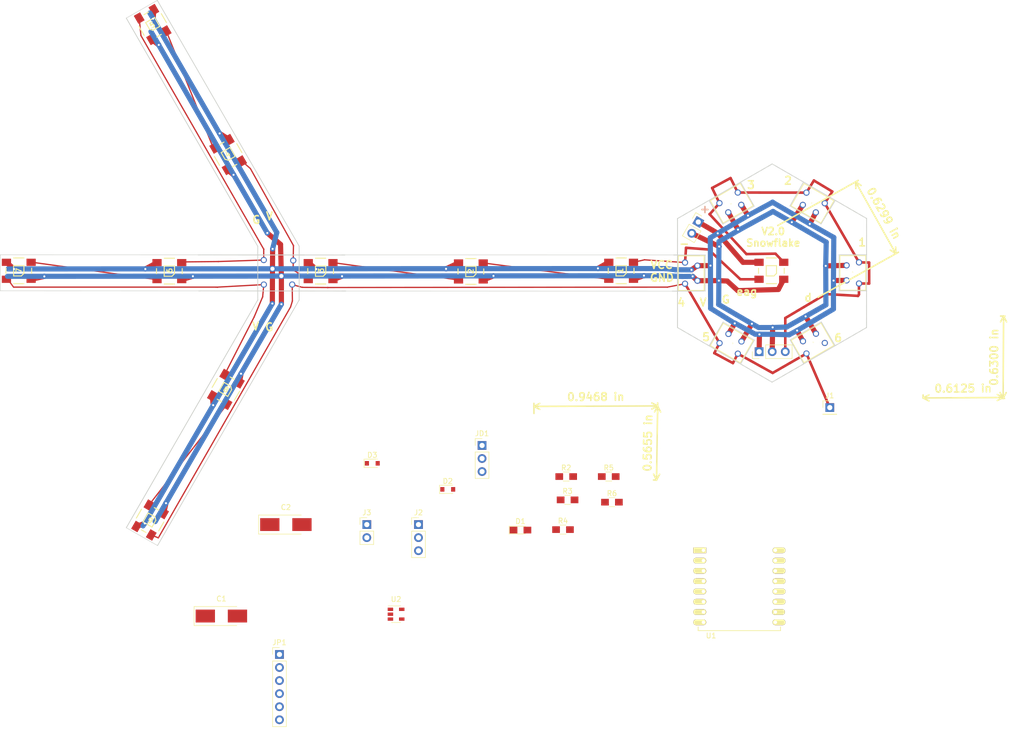
<source format=kicad_pcb>
(kicad_pcb (version 4) (host pcbnew 4.0.7)

  (general
    (links 68)
    (no_connects 37)
    (area 79.915196 54.039699 248.484461 160.171201)
    (thickness 1.6)
    (drawings 89)
    (tracks 272)
    (zones 0)
    (modules 36)
    (nets 34)
  )

  (page A4)
  (layers
    (0 F.Cu signal)
    (31 B.Cu signal)
    (32 B.Adhes user)
    (33 F.Adhes user)
    (34 B.Paste user)
    (35 F.Paste user)
    (36 B.SilkS user)
    (37 F.SilkS user)
    (38 B.Mask user)
    (39 F.Mask user)
    (40 Dwgs.User user)
    (41 Cmts.User user)
    (42 Eco1.User user)
    (43 Eco2.User user)
    (44 Edge.Cuts user)
    (45 Margin user)
    (46 B.CrtYd user)
    (47 F.CrtYd user)
    (48 B.Fab user)
    (49 F.Fab user)
  )

  (setup
    (last_trace_width 0.5)
    (user_trace_width 0.5)
    (user_trace_width 1)
    (user_trace_width 2)
    (trace_clearance 0.2)
    (zone_clearance 0.508)
    (zone_45_only no)
    (trace_min 0.2)
    (segment_width 0.2)
    (edge_width 0.15)
    (via_size 0.6)
    (via_drill 0.4)
    (via_min_size 0.4)
    (via_min_drill 0.3)
    (user_via 1.2 0.8)
    (uvia_size 0.3)
    (uvia_drill 0.1)
    (uvias_allowed no)
    (uvia_min_size 0.2)
    (uvia_min_drill 0.1)
    (pcb_text_width 0.3)
    (pcb_text_size 1.5 1.5)
    (mod_edge_width 0.15)
    (mod_text_size 1 1)
    (mod_text_width 0.15)
    (pad_size 1.524 1.524)
    (pad_drill 0.762)
    (pad_to_mask_clearance 0.2)
    (aux_axis_origin 0 0)
    (visible_elements 7FFFFFFF)
    (pcbplotparams
      (layerselection 0x00030_80000001)
      (usegerberextensions false)
      (excludeedgelayer true)
      (linewidth 0.100000)
      (plotframeref false)
      (viasonmask false)
      (mode 1)
      (useauxorigin false)
      (hpglpennumber 1)
      (hpglpenspeed 20)
      (hpglpendiameter 15)
      (hpglpenoverlay 2)
      (psnegative false)
      (psa4output false)
      (plotreference true)
      (plotvalue true)
      (plotinvisibletext false)
      (padsonsilk false)
      (subtractmaskfromsilk false)
      (outputformat 1)
      (mirror false)
      (drillshape 1)
      (scaleselection 1)
      (outputdirectory ""))
  )

  (net 0 "")
  (net 1 /VCC)
  (net 2 /GND)
  (net 3 "Net-(LED2-Pad4)")
  (net 4 "Net-(LED3-Pad4)")
  (net 5 "Net-(LED4-Pad4)")
  (net 6 "Net-(LED5-Pad4)")
  (net 7 "Net-(LED6-Pad4)")
  (net 8 "Net-(LED101-Pad2)")
  (net 9 "Net-(LED101-Pad4)")
  (net 10 "Net-(LED102-Pad2)")
  (net 11 /DIN)
  (net 12 /DOUT)
  (net 13 "Net-(LED104-Pad4)")
  (net 14 /VC33)
  (net 15 /VC5)
  (net 16 "Net-(D1-Pad1)")
  (net 17 /RXD5V)
  (net 18 "Net-(D2-Pad2)")
  (net 19 /RESET)
  (net 20 "Net-(D3-Pad2)")
  (net 21 /TXD)
  (net 22 /GPI00)
  (net 23 "Net-(R3-Pad2)")
  (net 24 "Net-(R4-Pad2)")
  (net 25 "Net-(R5-Pad2)")
  (net 26 "Net-(R6-Pad1)")
  (net 27 "Net-(U1-Pad2)")
  (net 28 "Net-(U1-Pad4)")
  (net 29 "Net-(U1-Pad5)")
  (net 30 "Net-(U1-Pad7)")
  (net 31 "Net-(U1-Pad13)")
  (net 32 "Net-(U1-Pad14)")
  (net 33 "Net-(U2-Pad4)")

  (net_class Default "This is the default net class."
    (clearance 0.2)
    (trace_width 0.25)
    (via_dia 0.6)
    (via_drill 0.4)
    (uvia_dia 0.3)
    (uvia_drill 0.1)
    (add_net /DIN)
    (add_net /DOUT)
    (add_net /GND)
    (add_net /GPI00)
    (add_net /RESET)
    (add_net /RXD5V)
    (add_net /TXD)
    (add_net /VC33)
    (add_net /VC5)
    (add_net /VCC)
    (add_net "Net-(D1-Pad1)")
    (add_net "Net-(D2-Pad2)")
    (add_net "Net-(D3-Pad2)")
    (add_net "Net-(LED101-Pad2)")
    (add_net "Net-(LED101-Pad4)")
    (add_net "Net-(LED102-Pad2)")
    (add_net "Net-(LED104-Pad4)")
    (add_net "Net-(LED2-Pad4)")
    (add_net "Net-(LED3-Pad4)")
    (add_net "Net-(LED4-Pad4)")
    (add_net "Net-(LED5-Pad4)")
    (add_net "Net-(LED6-Pad4)")
    (add_net "Net-(R3-Pad2)")
    (add_net "Net-(R4-Pad2)")
    (add_net "Net-(R5-Pad2)")
    (add_net "Net-(R6-Pad1)")
    (add_net "Net-(U1-Pad13)")
    (add_net "Net-(U1-Pad14)")
    (add_net "Net-(U1-Pad2)")
    (add_net "Net-(U1-Pad4)")
    (add_net "Net-(U1-Pad5)")
    (add_net "Net-(U1-Pad7)")
    (add_net "Net-(U2-Pad4)")
  )

  (module Pin_Headers:Pin_Header_Straight_1x03_Pitch2.54mm (layer F.Cu) (tedit 5A35A822) (tstamp 5A35B2C6)
    (at 227.48748 122.40514 90)
    (descr "Through hole straight pin header, 1x03, 2.54mm pitch, single row")
    (tags "Through hole pin header THT 1x03 2.54mm single row")
    (path /5A35A4F8)
    (fp_text reference "" (at 0 -2.33 90) (layer F.SilkS)
      (effects (font (size 1 1) (thickness 0.15)))
    )
    (fp_text value " " (at 0 7.41 90) (layer F.Fab)
      (effects (font (size 1 1) (thickness 0.15)))
    )
    (fp_line (start -0.635 -1.27) (end 1.27 -1.27) (layer F.Fab) (width 0.1))
    (fp_line (start 1.27 -1.27) (end 1.27 6.35) (layer F.Fab) (width 0.1))
    (fp_line (start 1.27 6.35) (end -1.27 6.35) (layer F.Fab) (width 0.1))
    (fp_line (start -1.27 6.35) (end -1.27 -0.635) (layer F.Fab) (width 0.1))
    (fp_line (start -1.27 -0.635) (end -0.635 -1.27) (layer F.Fab) (width 0.1))
    (fp_line (start -1.33 6.41) (end 1.33 6.41) (layer F.SilkS) (width 0.12))
    (fp_line (start -1.33 1.27) (end -1.33 6.41) (layer F.SilkS) (width 0.12))
    (fp_line (start 1.33 1.27) (end 1.33 6.41) (layer F.SilkS) (width 0.12))
    (fp_line (start -1.33 1.27) (end 1.33 1.27) (layer F.SilkS) (width 0.12))
    (fp_line (start -1.33 0) (end -1.33 -1.33) (layer F.SilkS) (width 0.12))
    (fp_line (start -1.33 -1.33) (end 0 -1.33) (layer F.SilkS) (width 0.12))
    (fp_line (start -1.8 -1.8) (end -1.8 6.85) (layer F.CrtYd) (width 0.05))
    (fp_line (start -1.8 6.85) (end 1.8 6.85) (layer F.CrtYd) (width 0.05))
    (fp_line (start 1.8 6.85) (end 1.8 -1.8) (layer F.CrtYd) (width 0.05))
    (fp_line (start 1.8 -1.8) (end -1.8 -1.8) (layer F.CrtYd) (width 0.05))
    (fp_text user %R (at 0 2.54 180) (layer F.Fab)
      (effects (font (size 1 1) (thickness 0.15)))
    )
    (pad 1 thru_hole rect (at 0 0 90) (size 1.7 1.7) (drill 1) (layers *.Cu *.Mask)
      (net 1 /VCC))
    (pad 2 thru_hole oval (at 0 2.54 90) (size 1.7 1.7) (drill 1) (layers *.Cu *.Mask)
      (net 2 /GND))
    (pad 3 thru_hole oval (at 0 5.08 90) (size 1.7 1.7) (drill 1) (layers *.Cu *.Mask)
      (net 11 /DIN))
    (model ${KISYS3DMOD}/Pin_Headers.3dshapes/Pin_Header_Straight_1x03_Pitch2.54mm.wrl
      (at (xyz 0 0 0))
      (scale (xyz 1 1 1))
      (rotate (xyz 0 0 0))
    )
  )

  (module Pin_Headers:Pin_Header_Straight_1x01_Pitch2.54mm (layer F.Cu) (tedit 5A34107D) (tstamp 5A3413A1)
    (at 218.01836 121.21388 60)
    (descr "Through hole straight pin header, 1x01, 2.54mm pitch, single row")
    (tags "Through hole pin header THT 1x01 2.54mm single row")
    (path /59E942E8)
    (fp_text reference J1 (at 2.54 3.5306 60) (layer F.SilkS)
      (effects (font (size 0.2 0.2) (thickness 0.03175)))
    )
    (fp_text value " " (at 0 2.33 60) (layer F.Fab)
      (effects (font (size 1 1) (thickness 0.15)))
    )
    (fp_line (start 0 0) (end 5.0038 0) (layer F.SilkS) (width 0.15))
    (fp_line (start 5.0038 0) (end 5.0038 6.7056) (layer F.SilkS) (width 0.15))
    (fp_line (start 5.0038 6.7056) (end 0 6.7056) (layer F.SilkS) (width 0.15))
    (fp_line (start 0 6.7056) (end 0 0) (layer F.SilkS) (width 0.15))
    (pad "" thru_hole circle (at 3.7084 4.826 60) (size 1.2 1.2) (drill 0.8) (layers *.Cu *.Mask))
    (pad "" thru_hole circle (at 3.7084 1.905 60) (size 1.2 1.2) (drill 0.8) (layers *.Cu *.Mask))
    (pad "" thru_hole circle (at 1.2954 5.4102 60) (size 1.2 1.2) (drill 0.8) (layers *.Cu *.Mask))
    (pad "" thru_hole circle (at 1.2954 1.2954 60) (size 1.2 1.2) (drill 0.8) (layers *.Cu *.Mask))
    (model ${KISYS3DMOD}/Pin_Headers.3dshapes/Pin_Header_Straight_1x01_Pitch2.54mm.wrl
      (at (xyz 0 0 0))
      (scale (xyz 1 1 1))
      (rotate (xyz 0 0 0))
    )
  )

  (module Pin_Headers:Pin_Header_Straight_1x01_Pitch2.54mm (layer F.Cu) (tedit 5A34107D) (tstamp 5A341396)
    (at 223.80956 89.69756 300)
    (descr "Through hole straight pin header, 1x01, 2.54mm pitch, single row")
    (tags "Through hole pin header THT 1x01 2.54mm single row")
    (path /59E942E8)
    (fp_text reference J1 (at 2.54 3.5306 300) (layer F.SilkS)
      (effects (font (size 0.2 0.2) (thickness 0.03175)))
    )
    (fp_text value " " (at 0 2.33 300) (layer F.Fab)
      (effects (font (size 1 1) (thickness 0.15)))
    )
    (fp_line (start 0 0) (end 5.0038 0) (layer F.SilkS) (width 0.15))
    (fp_line (start 5.0038 0) (end 5.0038 6.7056) (layer F.SilkS) (width 0.15))
    (fp_line (start 5.0038 6.7056) (end 0 6.7056) (layer F.SilkS) (width 0.15))
    (fp_line (start 0 6.7056) (end 0 0) (layer F.SilkS) (width 0.15))
    (pad "" thru_hole circle (at 3.7084 4.826 300) (size 1.2 1.2) (drill 0.8) (layers *.Cu *.Mask))
    (pad "" thru_hole circle (at 3.7084 1.905 300) (size 1.2 1.2) (drill 0.8) (layers *.Cu *.Mask))
    (pad "" thru_hole circle (at 1.2954 5.4102 300) (size 1.2 1.2) (drill 0.8) (layers *.Cu *.Mask))
    (pad "" thru_hole circle (at 1.2954 1.2954 300) (size 1.2 1.2) (drill 0.8) (layers *.Cu *.Mask))
    (model ${KISYS3DMOD}/Pin_Headers.3dshapes/Pin_Header_Straight_1x01_Pitch2.54mm.wrl
      (at (xyz 0 0 0))
      (scale (xyz 1 1 1))
      (rotate (xyz 0 0 0))
    )
  )

  (module Pin_Headers:Pin_Header_Straight_1x01_Pitch2.54mm (layer F.Cu) (tedit 5A34107D) (tstamp 5A34138B)
    (at 236.21238 124.53366 120)
    (descr "Through hole straight pin header, 1x01, 2.54mm pitch, single row")
    (tags "Through hole pin header THT 1x01 2.54mm single row")
    (path /59E942E8)
    (fp_text reference J1 (at 2.54 3.5306 120) (layer F.SilkS)
      (effects (font (size 0.2 0.2) (thickness 0.03175)))
    )
    (fp_text value " " (at 0 2.33 120) (layer F.Fab)
      (effects (font (size 1 1) (thickness 0.15)))
    )
    (fp_line (start 0 0) (end 5.0038 0) (layer F.SilkS) (width 0.15))
    (fp_line (start 5.0038 0) (end 5.0038 6.7056) (layer F.SilkS) (width 0.15))
    (fp_line (start 5.0038 6.7056) (end 0 6.7056) (layer F.SilkS) (width 0.15))
    (fp_line (start 0 6.7056) (end 0 0) (layer F.SilkS) (width 0.15))
    (pad "" thru_hole circle (at 3.7084 4.826 120) (size 1.2 1.2) (drill 0.8) (layers *.Cu *.Mask))
    (pad "" thru_hole circle (at 3.7084 1.905 120) (size 1.2 1.2) (drill 0.8) (layers *.Cu *.Mask))
    (pad "" thru_hole circle (at 1.2954 5.4102 120) (size 1.2 1.2) (drill 0.8) (layers *.Cu *.Mask))
    (pad "" thru_hole circle (at 1.2954 1.2954 120) (size 1.2 1.2) (drill 0.8) (layers *.Cu *.Mask))
    (model ${KISYS3DMOD}/Pin_Headers.3dshapes/Pin_Header_Straight_1x01_Pitch2.54mm.wrl
      (at (xyz 0 0 0))
      (scale (xyz 1 1 1))
      (rotate (xyz 0 0 0))
    )
  )

  (module Pin_Headers:Pin_Header_Straight_1x01_Pitch2.54mm (layer F.Cu) (tedit 5A34107D) (tstamp 5A341380)
    (at 242.01374 93.07068 240)
    (descr "Through hole straight pin header, 1x01, 2.54mm pitch, single row")
    (tags "Through hole pin header THT 1x01 2.54mm single row")
    (path /59E942E8)
    (fp_text reference J1 (at 2.54 3.5306 240) (layer F.SilkS)
      (effects (font (size 0.2 0.2) (thickness 0.03175)))
    )
    (fp_text value " " (at 0 2.33 240) (layer F.Fab)
      (effects (font (size 1 1) (thickness 0.15)))
    )
    (fp_line (start 0 0) (end 5.0038 0) (layer F.SilkS) (width 0.15))
    (fp_line (start 5.0038 0) (end 5.0038 6.7056) (layer F.SilkS) (width 0.15))
    (fp_line (start 5.0038 6.7056) (end 0 6.7056) (layer F.SilkS) (width 0.15))
    (fp_line (start 0 6.7056) (end 0 0) (layer F.SilkS) (width 0.15))
    (pad "" thru_hole circle (at 3.7084 4.826 240) (size 1.2 1.2) (drill 0.8) (layers *.Cu *.Mask))
    (pad "" thru_hole circle (at 3.7084 1.905 240) (size 1.2 1.2) (drill 0.8) (layers *.Cu *.Mask))
    (pad "" thru_hole circle (at 1.2954 5.4102 240) (size 1.2 1.2) (drill 0.8) (layers *.Cu *.Mask))
    (pad "" thru_hole circle (at 1.2954 1.2954 240) (size 1.2 1.2) (drill 0.8) (layers *.Cu *.Mask))
    (model ${KISYS3DMOD}/Pin_Headers.3dshapes/Pin_Header_Straight_1x01_Pitch2.54mm.wrl
      (at (xyz 0 0 0))
      (scale (xyz 1 1 1))
      (rotate (xyz 0 0 0))
    )
  )

  (module Pin_Headers:Pin_Header_Straight_1x01_Pitch2.54mm (layer F.Cu) (tedit 5A34107D) (tstamp 5A34131D)
    (at 248.19356 110.44936 180)
    (descr "Through hole straight pin header, 1x01, 2.54mm pitch, single row")
    (tags "Through hole pin header THT 1x01 2.54mm single row")
    (path /59E942E8)
    (fp_text reference J1 (at 2.54 3.5306 180) (layer F.SilkS)
      (effects (font (size 0.2 0.2) (thickness 0.03175)))
    )
    (fp_text value " " (at 0 2.33 180) (layer F.Fab)
      (effects (font (size 1 1) (thickness 0.15)))
    )
    (fp_line (start 0 0) (end 5.0038 0) (layer F.SilkS) (width 0.15))
    (fp_line (start 5.0038 0) (end 5.0038 6.7056) (layer F.SilkS) (width 0.15))
    (fp_line (start 5.0038 6.7056) (end 0 6.7056) (layer F.SilkS) (width 0.15))
    (fp_line (start 0 6.7056) (end 0 0) (layer F.SilkS) (width 0.15))
    (pad "" thru_hole circle (at 3.7084 4.826 180) (size 1.2 1.2) (drill 0.8) (layers *.Cu *.Mask))
    (pad "" thru_hole circle (at 3.7084 1.905 180) (size 1.2 1.2) (drill 0.8) (layers *.Cu *.Mask))
    (pad "" thru_hole circle (at 1.2954 5.4102 180) (size 1.2 1.2) (drill 0.8) (layers *.Cu *.Mask))
    (pad "" thru_hole circle (at 1.2954 1.2954 180) (size 1.2 1.2) (drill 0.8) (layers *.Cu *.Mask))
    (model ${KISYS3DMOD}/Pin_Headers.3dshapes/Pin_Header_Straight_1x01_Pitch2.54mm.wrl
      (at (xyz 0 0 0))
      (scale (xyz 1 1 1))
      (rotate (xyz 0 0 0))
    )
  )

  (module Pin_Headers:Pin_Header_Straight_1x01_Pitch2.54mm (layer F.Cu) (tedit 5A34107D) (tstamp 5A3412B4)
    (at 211.7852 103.7844)
    (descr "Through hole straight pin header, 1x01, 2.54mm pitch, single row")
    (tags "Through hole pin header THT 1x01 2.54mm single row")
    (path /59E942E8)
    (fp_text reference J1 (at 2.54 3.5306) (layer F.SilkS)
      (effects (font (size 0.2 0.2) (thickness 0.03175)))
    )
    (fp_text value " " (at 0 2.33) (layer F.Fab)
      (effects (font (size 1 1) (thickness 0.15)))
    )
    (fp_line (start 0 0) (end 5.0038 0) (layer F.SilkS) (width 0.15))
    (fp_line (start 5.0038 0) (end 5.0038 6.7056) (layer F.SilkS) (width 0.15))
    (fp_line (start 5.0038 6.7056) (end 0 6.7056) (layer F.SilkS) (width 0.15))
    (fp_line (start 0 6.7056) (end 0 0) (layer F.SilkS) (width 0.15))
    (pad "" thru_hole circle (at 3.7084 4.826) (size 1.2 1.2) (drill 0.8) (layers *.Cu *.Mask))
    (pad "" thru_hole circle (at 3.7084 1.905) (size 1.2 1.2) (drill 0.8) (layers *.Cu *.Mask))
    (pad "" thru_hole circle (at 1.2954 5.4102) (size 1.2 1.2) (drill 0.8) (layers *.Cu *.Mask))
    (pad "" thru_hole circle (at 1.2954 1.2954) (size 1.2 1.2) (drill 0.8) (layers *.Cu *.Mask))
    (model ${KISYS3DMOD}/Pin_Headers.3dshapes/Pin_Header_Straight_1x01_Pitch2.54mm.wrl
      (at (xyz 0 0 0))
      (scale (xyz 1 1 1))
      (rotate (xyz 0 0 0))
    )
  )

  (module "Big pad" (layer F.Cu) (tedit 59EB7476) (tstamp 59EB663F)
    (at 222.123 117.475 60)
    (fp_text reference "" (at 0.127 0.5 60) (layer F.SilkS)
      (effects (font (size 1 1) (thickness 0.15)))
    )
    (fp_text value "" (at 0 -0.5 60) (layer F.Fab)
      (effects (font (size 1 1) (thickness 0.15)))
    )
  )

  (module WS2812B:WS2812B (layer F.Cu) (tedit 59EB979D) (tstamp 59E770EA)
    (at 109.601 58.801 30)
    (path /59E6A5E4)
    (fp_text reference 5 (at -0.118493 0.078235 30) (layer F.SilkS)
      (effects (font (size 1 1) (thickness 0.2)))
    )
    (fp_text value "" (at 0 4.8 30) (layer F.SilkS) hide
      (effects (font (size 1 1) (thickness 0.2)))
    )
    (fp_line (start -1 -1) (end 1 -1) (layer F.SilkS) (width 0.2))
    (fp_line (start 1 -1) (end 1 1) (layer F.SilkS) (width 0.2))
    (fp_line (start 1 1) (end -0.5 1) (layer F.SilkS) (width 0.2))
    (fp_line (start -0.5 1) (end -1 0.5) (layer F.SilkS) (width 0.2))
    (fp_line (start -1 0.5) (end -1 -1) (layer F.SilkS) (width 0.2))
    (fp_line (start -2.5 -1) (end -2.5 1) (layer F.SilkS) (width 0.2))
    (fp_line (start -0.5 2.5) (end 0.5 2.5) (layer F.SilkS) (width 0.2))
    (fp_line (start 2.5 -1) (end 2.5 1) (layer F.SilkS) (width 0.2))
    (fp_line (start -0.5 -2.5) (end 0.5 -2.5) (layer F.SilkS) (width 0.2))
    (fp_line (start 2.1 2.5) (end 2.5 2.5) (layer Dwgs.User) (width 0.2))
    (fp_line (start -1.2 2.5) (end 1.2 2.5) (layer Dwgs.User) (width 0.2))
    (fp_line (start -2.5 2.5) (end -2.1 2.5) (layer Dwgs.User) (width 0.2))
    (fp_line (start 2.1 -2.5) (end 2.5 -2.5) (layer Dwgs.User) (width 0.2))
    (fp_line (start -1.2 -2.5) (end 1.2 -2.5) (layer Dwgs.User) (width 0.2))
    (fp_line (start -2.5 -2.5) (end -2.1 -2.5) (layer Dwgs.User) (width 0.2))
    (fp_line (start -2.1 -2.7) (end -1.2 -2.7) (layer Dwgs.User) (width 0.2))
    (fp_line (start -1.2 -2.7) (end -1.2 -1.8) (layer Dwgs.User) (width 0.2))
    (fp_line (start -1.2 -1.8) (end -2.1 -1.8) (layer Dwgs.User) (width 0.2))
    (fp_line (start -2.1 -1.8) (end -2.1 -2.7) (layer Dwgs.User) (width 0.2))
    (fp_line (start 2.1 -2.7) (end 1.2 -2.7) (layer Dwgs.User) (width 0.2))
    (fp_line (start 1.2 -2.7) (end 1.2 -1.8) (layer Dwgs.User) (width 0.2))
    (fp_line (start 1.2 -1.8) (end 2.1 -1.8) (layer Dwgs.User) (width 0.2))
    (fp_line (start 2.1 -1.8) (end 2.1 -2.7) (layer Dwgs.User) (width 0.2))
    (fp_line (start -2.1 2.7) (end -2.1 1.8) (layer Dwgs.User) (width 0.2))
    (fp_line (start -2.1 1.8) (end -1.2 1.8) (layer Dwgs.User) (width 0.2))
    (fp_line (start -1.2 1.8) (end -1.2 2.7) (layer Dwgs.User) (width 0.2))
    (fp_line (start -1.2 2.7) (end -2.1 2.7) (layer Dwgs.User) (width 0.2))
    (fp_line (start 1.2 2.7) (end 1.2 1.8) (layer Dwgs.User) (width 0.2))
    (fp_line (start 1.2 1.8) (end 2.1 1.8) (layer Dwgs.User) (width 0.2))
    (fp_line (start 2.1 1.8) (end 2.1 2.7) (layer Dwgs.User) (width 0.2))
    (fp_line (start 2.1 2.7) (end 1.2 2.7) (layer Dwgs.User) (width 0.2))
    (fp_line (start 2.5 -2.5) (end 2.5 2.5) (layer Dwgs.User) (width 0.2))
    (fp_line (start -2.49936 2.49936) (end -2.49936 -2.49936) (layer Dwgs.User) (width 0.2))
    (pad 1 smd rect (at 1.65 -2.4 30) (size 1.4 1.8) (layers F.Cu F.Paste F.Mask)
      (net 1 /VCC))
    (pad 2 smd rect (at -1.65 -2.4 30) (size 1.4 1.8) (layers F.Cu F.Paste F.Mask)
      (net 13 "Net-(LED104-Pad4)"))
    (pad 3 smd rect (at -1.65 2.4 30) (size 1.4 1.8) (layers F.Cu F.Paste F.Mask)
      (net 2 /GND))
    (pad 4 smd rect (at 1.65 2.4 30) (size 1.4 1.8) (layers F.Cu F.Paste F.Mask)
      (net 3 "Net-(LED2-Pad4)"))
  )

  (module WS2812B:WS2812B (layer F.Cu) (tedit 59EB977B) (tstamp 59E770F2)
    (at 124.2695 84.074 30)
    (path /59E6A59E)
    (fp_text reference 4 (at -0.054993 -0.03175 30) (layer F.SilkS)
      (effects (font (size 1 1) (thickness 0.2)))
    )
    (fp_text value "" (at 0 4.8 30) (layer F.SilkS) hide
      (effects (font (size 1 1) (thickness 0.2)))
    )
    (fp_line (start -1 -1) (end 1 -1) (layer F.SilkS) (width 0.2))
    (fp_line (start 1 -1) (end 1 1) (layer F.SilkS) (width 0.2))
    (fp_line (start 1 1) (end -0.5 1) (layer F.SilkS) (width 0.2))
    (fp_line (start -0.5 1) (end -1 0.5) (layer F.SilkS) (width 0.2))
    (fp_line (start -1 0.5) (end -1 -1) (layer F.SilkS) (width 0.2))
    (fp_line (start -2.5 -1) (end -2.5 1) (layer F.SilkS) (width 0.2))
    (fp_line (start -0.5 2.5) (end 0.5 2.5) (layer F.SilkS) (width 0.2))
    (fp_line (start 2.5 -1) (end 2.5 1) (layer F.SilkS) (width 0.2))
    (fp_line (start -0.5 -2.5) (end 0.5 -2.5) (layer F.SilkS) (width 0.2))
    (fp_line (start 2.1 2.5) (end 2.5 2.5) (layer Dwgs.User) (width 0.2))
    (fp_line (start -1.2 2.5) (end 1.2 2.5) (layer Dwgs.User) (width 0.2))
    (fp_line (start -2.5 2.5) (end -2.1 2.5) (layer Dwgs.User) (width 0.2))
    (fp_line (start 2.1 -2.5) (end 2.5 -2.5) (layer Dwgs.User) (width 0.2))
    (fp_line (start -1.2 -2.5) (end 1.2 -2.5) (layer Dwgs.User) (width 0.2))
    (fp_line (start -2.5 -2.5) (end -2.1 -2.5) (layer Dwgs.User) (width 0.2))
    (fp_line (start -2.1 -2.7) (end -1.2 -2.7) (layer Dwgs.User) (width 0.2))
    (fp_line (start -1.2 -2.7) (end -1.2 -1.8) (layer Dwgs.User) (width 0.2))
    (fp_line (start -1.2 -1.8) (end -2.1 -1.8) (layer Dwgs.User) (width 0.2))
    (fp_line (start -2.1 -1.8) (end -2.1 -2.7) (layer Dwgs.User) (width 0.2))
    (fp_line (start 2.1 -2.7) (end 1.2 -2.7) (layer Dwgs.User) (width 0.2))
    (fp_line (start 1.2 -2.7) (end 1.2 -1.8) (layer Dwgs.User) (width 0.2))
    (fp_line (start 1.2 -1.8) (end 2.1 -1.8) (layer Dwgs.User) (width 0.2))
    (fp_line (start 2.1 -1.8) (end 2.1 -2.7) (layer Dwgs.User) (width 0.2))
    (fp_line (start -2.1 2.7) (end -2.1 1.8) (layer Dwgs.User) (width 0.2))
    (fp_line (start -2.1 1.8) (end -1.2 1.8) (layer Dwgs.User) (width 0.2))
    (fp_line (start -1.2 1.8) (end -1.2 2.7) (layer Dwgs.User) (width 0.2))
    (fp_line (start -1.2 2.7) (end -2.1 2.7) (layer Dwgs.User) (width 0.2))
    (fp_line (start 1.2 2.7) (end 1.2 1.8) (layer Dwgs.User) (width 0.2))
    (fp_line (start 1.2 1.8) (end 2.1 1.8) (layer Dwgs.User) (width 0.2))
    (fp_line (start 2.1 1.8) (end 2.1 2.7) (layer Dwgs.User) (width 0.2))
    (fp_line (start 2.1 2.7) (end 1.2 2.7) (layer Dwgs.User) (width 0.2))
    (fp_line (start 2.5 -2.5) (end 2.5 2.5) (layer Dwgs.User) (width 0.2))
    (fp_line (start -2.49936 2.49936) (end -2.49936 -2.49936) (layer Dwgs.User) (width 0.2))
    (pad 1 smd rect (at 1.65 -2.4 30) (size 1.4 1.8) (layers F.Cu F.Paste F.Mask)
      (net 1 /VCC))
    (pad 2 smd rect (at -1.65 -2.4 30) (size 1.4 1.8) (layers F.Cu F.Paste F.Mask)
      (net 3 "Net-(LED2-Pad4)"))
    (pad 3 smd rect (at -1.65 2.4 30) (size 1.4 1.8) (layers F.Cu F.Paste F.Mask)
      (net 2 /GND))
    (pad 4 smd rect (at 1.65 2.4 30) (size 1.4 1.8) (layers F.Cu F.Paste F.Mask)
      (net 4 "Net-(LED3-Pad4)"))
  )

  (module WS2812B:WS2812B (layer F.Cu) (tedit 59EB9713) (tstamp 59E770FA)
    (at 142.24 106.7435 90)
    (path /59E6A55F)
    (fp_text reference 3 (at 0.127 0.127 90) (layer F.SilkS)
      (effects (font (size 1 1) (thickness 0.2)))
    )
    (fp_text value "" (at 0 4.8 90) (layer F.SilkS) hide
      (effects (font (size 1 1) (thickness 0.2)))
    )
    (fp_line (start -1 -1) (end 1 -1) (layer F.SilkS) (width 0.2))
    (fp_line (start 1 -1) (end 1 1) (layer F.SilkS) (width 0.2))
    (fp_line (start 1 1) (end -0.5 1) (layer F.SilkS) (width 0.2))
    (fp_line (start -0.5 1) (end -1 0.5) (layer F.SilkS) (width 0.2))
    (fp_line (start -1 0.5) (end -1 -1) (layer F.SilkS) (width 0.2))
    (fp_line (start -2.5 -1) (end -2.5 1) (layer F.SilkS) (width 0.2))
    (fp_line (start -0.5 2.5) (end 0.5 2.5) (layer F.SilkS) (width 0.2))
    (fp_line (start 2.5 -1) (end 2.5 1) (layer F.SilkS) (width 0.2))
    (fp_line (start -0.5 -2.5) (end 0.5 -2.5) (layer F.SilkS) (width 0.2))
    (fp_line (start 2.1 2.5) (end 2.5 2.5) (layer Dwgs.User) (width 0.2))
    (fp_line (start -1.2 2.5) (end 1.2 2.5) (layer Dwgs.User) (width 0.2))
    (fp_line (start -2.5 2.5) (end -2.1 2.5) (layer Dwgs.User) (width 0.2))
    (fp_line (start 2.1 -2.5) (end 2.5 -2.5) (layer Dwgs.User) (width 0.2))
    (fp_line (start -1.2 -2.5) (end 1.2 -2.5) (layer Dwgs.User) (width 0.2))
    (fp_line (start -2.5 -2.5) (end -2.1 -2.5) (layer Dwgs.User) (width 0.2))
    (fp_line (start -2.1 -2.7) (end -1.2 -2.7) (layer Dwgs.User) (width 0.2))
    (fp_line (start -1.2 -2.7) (end -1.2 -1.8) (layer Dwgs.User) (width 0.2))
    (fp_line (start -1.2 -1.8) (end -2.1 -1.8) (layer Dwgs.User) (width 0.2))
    (fp_line (start -2.1 -1.8) (end -2.1 -2.7) (layer Dwgs.User) (width 0.2))
    (fp_line (start 2.1 -2.7) (end 1.2 -2.7) (layer Dwgs.User) (width 0.2))
    (fp_line (start 1.2 -2.7) (end 1.2 -1.8) (layer Dwgs.User) (width 0.2))
    (fp_line (start 1.2 -1.8) (end 2.1 -1.8) (layer Dwgs.User) (width 0.2))
    (fp_line (start 2.1 -1.8) (end 2.1 -2.7) (layer Dwgs.User) (width 0.2))
    (fp_line (start -2.1 2.7) (end -2.1 1.8) (layer Dwgs.User) (width 0.2))
    (fp_line (start -2.1 1.8) (end -1.2 1.8) (layer Dwgs.User) (width 0.2))
    (fp_line (start -1.2 1.8) (end -1.2 2.7) (layer Dwgs.User) (width 0.2))
    (fp_line (start -1.2 2.7) (end -2.1 2.7) (layer Dwgs.User) (width 0.2))
    (fp_line (start 1.2 2.7) (end 1.2 1.8) (layer Dwgs.User) (width 0.2))
    (fp_line (start 1.2 1.8) (end 2.1 1.8) (layer Dwgs.User) (width 0.2))
    (fp_line (start 2.1 1.8) (end 2.1 2.7) (layer Dwgs.User) (width 0.2))
    (fp_line (start 2.1 2.7) (end 1.2 2.7) (layer Dwgs.User) (width 0.2))
    (fp_line (start 2.5 -2.5) (end 2.5 2.5) (layer Dwgs.User) (width 0.2))
    (fp_line (start -2.49936 2.49936) (end -2.49936 -2.49936) (layer Dwgs.User) (width 0.2))
    (pad 1 smd rect (at 1.65 -2.4 90) (size 1.4 1.8) (layers F.Cu F.Paste F.Mask)
      (net 1 /VCC))
    (pad 2 smd rect (at -1.65 -2.4 90) (size 1.4 1.8) (layers F.Cu F.Paste F.Mask)
      (net 4 "Net-(LED3-Pad4)"))
    (pad 3 smd rect (at -1.65 2.4 90) (size 1.4 1.8) (layers F.Cu F.Paste F.Mask)
      (net 2 /GND))
    (pad 4 smd rect (at 1.65 2.4 90) (size 1.4 1.8) (layers F.Cu F.Paste F.Mask)
      (net 5 "Net-(LED4-Pad4)"))
  )

  (module WS2812B:WS2812B (layer F.Cu) (tedit 59EB96F8) (tstamp 59E77102)
    (at 171.45 106.807 90)
    (path /59E6A3D7)
    (fp_text reference 2 (at 0.0635 0 90) (layer F.SilkS)
      (effects (font (size 1 1) (thickness 0.2)))
    )
    (fp_text value "" (at 0 4.8 90) (layer F.SilkS) hide
      (effects (font (size 1 1) (thickness 0.2)))
    )
    (fp_line (start -1 -1) (end 1 -1) (layer F.SilkS) (width 0.2))
    (fp_line (start 1 -1) (end 1 1) (layer F.SilkS) (width 0.2))
    (fp_line (start 1 1) (end -0.5 1) (layer F.SilkS) (width 0.2))
    (fp_line (start -0.5 1) (end -1 0.5) (layer F.SilkS) (width 0.2))
    (fp_line (start -1 0.5) (end -1 -1) (layer F.SilkS) (width 0.2))
    (fp_line (start -2.5 -1) (end -2.5 1) (layer F.SilkS) (width 0.2))
    (fp_line (start -0.5 2.5) (end 0.5 2.5) (layer F.SilkS) (width 0.2))
    (fp_line (start 2.5 -1) (end 2.5 1) (layer F.SilkS) (width 0.2))
    (fp_line (start -0.5 -2.5) (end 0.5 -2.5) (layer F.SilkS) (width 0.2))
    (fp_line (start 2.1 2.5) (end 2.5 2.5) (layer Dwgs.User) (width 0.2))
    (fp_line (start -1.2 2.5) (end 1.2 2.5) (layer Dwgs.User) (width 0.2))
    (fp_line (start -2.5 2.5) (end -2.1 2.5) (layer Dwgs.User) (width 0.2))
    (fp_line (start 2.1 -2.5) (end 2.5 -2.5) (layer Dwgs.User) (width 0.2))
    (fp_line (start -1.2 -2.5) (end 1.2 -2.5) (layer Dwgs.User) (width 0.2))
    (fp_line (start -2.5 -2.5) (end -2.1 -2.5) (layer Dwgs.User) (width 0.2))
    (fp_line (start -2.1 -2.7) (end -1.2 -2.7) (layer Dwgs.User) (width 0.2))
    (fp_line (start -1.2 -2.7) (end -1.2 -1.8) (layer Dwgs.User) (width 0.2))
    (fp_line (start -1.2 -1.8) (end -2.1 -1.8) (layer Dwgs.User) (width 0.2))
    (fp_line (start -2.1 -1.8) (end -2.1 -2.7) (layer Dwgs.User) (width 0.2))
    (fp_line (start 2.1 -2.7) (end 1.2 -2.7) (layer Dwgs.User) (width 0.2))
    (fp_line (start 1.2 -2.7) (end 1.2 -1.8) (layer Dwgs.User) (width 0.2))
    (fp_line (start 1.2 -1.8) (end 2.1 -1.8) (layer Dwgs.User) (width 0.2))
    (fp_line (start 2.1 -1.8) (end 2.1 -2.7) (layer Dwgs.User) (width 0.2))
    (fp_line (start -2.1 2.7) (end -2.1 1.8) (layer Dwgs.User) (width 0.2))
    (fp_line (start -2.1 1.8) (end -1.2 1.8) (layer Dwgs.User) (width 0.2))
    (fp_line (start -1.2 1.8) (end -1.2 2.7) (layer Dwgs.User) (width 0.2))
    (fp_line (start -1.2 2.7) (end -2.1 2.7) (layer Dwgs.User) (width 0.2))
    (fp_line (start 1.2 2.7) (end 1.2 1.8) (layer Dwgs.User) (width 0.2))
    (fp_line (start 1.2 1.8) (end 2.1 1.8) (layer Dwgs.User) (width 0.2))
    (fp_line (start 2.1 1.8) (end 2.1 2.7) (layer Dwgs.User) (width 0.2))
    (fp_line (start 2.1 2.7) (end 1.2 2.7) (layer Dwgs.User) (width 0.2))
    (fp_line (start 2.5 -2.5) (end 2.5 2.5) (layer Dwgs.User) (width 0.2))
    (fp_line (start -2.49936 2.49936) (end -2.49936 -2.49936) (layer Dwgs.User) (width 0.2))
    (pad 1 smd rect (at 1.65 -2.4 90) (size 1.4 1.8) (layers F.Cu F.Paste F.Mask)
      (net 1 /VCC))
    (pad 2 smd rect (at -1.65 -2.4 90) (size 1.4 1.8) (layers F.Cu F.Paste F.Mask)
      (net 5 "Net-(LED4-Pad4)"))
    (pad 3 smd rect (at -1.65 2.4 90) (size 1.4 1.8) (layers F.Cu F.Paste F.Mask)
      (net 2 /GND))
    (pad 4 smd rect (at 1.65 2.4 90) (size 1.4 1.8) (layers F.Cu F.Paste F.Mask)
      (net 6 "Net-(LED5-Pad4)"))
  )

  (module WS2812B:WS2812B (layer F.Cu) (tedit 59EB96DC) (tstamp 59E7710A)
    (at 200.66 106.68 90)
    (path /59E6A0E5)
    (fp_text reference 1 (at 0.0635 -0.127 90) (layer F.SilkS)
      (effects (font (size 1 1) (thickness 0.2)))
    )
    (fp_text value "" (at 0 4.8 90) (layer F.SilkS) hide
      (effects (font (size 1 1) (thickness 0.2)))
    )
    (fp_line (start -1 -1) (end 1 -1) (layer F.SilkS) (width 0.2))
    (fp_line (start 1 -1) (end 1 1) (layer F.SilkS) (width 0.2))
    (fp_line (start 1 1) (end -0.5 1) (layer F.SilkS) (width 0.2))
    (fp_line (start -0.5 1) (end -1 0.5) (layer F.SilkS) (width 0.2))
    (fp_line (start -1 0.5) (end -1 -1) (layer F.SilkS) (width 0.2))
    (fp_line (start -2.5 -1) (end -2.5 1) (layer F.SilkS) (width 0.2))
    (fp_line (start -0.5 2.5) (end 0.5 2.5) (layer F.SilkS) (width 0.2))
    (fp_line (start 2.5 -1) (end 2.5 1) (layer F.SilkS) (width 0.2))
    (fp_line (start -0.5 -2.5) (end 0.5 -2.5) (layer F.SilkS) (width 0.2))
    (fp_line (start 2.1 2.5) (end 2.5 2.5) (layer Dwgs.User) (width 0.2))
    (fp_line (start -1.2 2.5) (end 1.2 2.5) (layer Dwgs.User) (width 0.2))
    (fp_line (start -2.5 2.5) (end -2.1 2.5) (layer Dwgs.User) (width 0.2))
    (fp_line (start 2.1 -2.5) (end 2.5 -2.5) (layer Dwgs.User) (width 0.2))
    (fp_line (start -1.2 -2.5) (end 1.2 -2.5) (layer Dwgs.User) (width 0.2))
    (fp_line (start -2.5 -2.5) (end -2.1 -2.5) (layer Dwgs.User) (width 0.2))
    (fp_line (start -2.1 -2.7) (end -1.2 -2.7) (layer Dwgs.User) (width 0.2))
    (fp_line (start -1.2 -2.7) (end -1.2 -1.8) (layer Dwgs.User) (width 0.2))
    (fp_line (start -1.2 -1.8) (end -2.1 -1.8) (layer Dwgs.User) (width 0.2))
    (fp_line (start -2.1 -1.8) (end -2.1 -2.7) (layer Dwgs.User) (width 0.2))
    (fp_line (start 2.1 -2.7) (end 1.2 -2.7) (layer Dwgs.User) (width 0.2))
    (fp_line (start 1.2 -2.7) (end 1.2 -1.8) (layer Dwgs.User) (width 0.2))
    (fp_line (start 1.2 -1.8) (end 2.1 -1.8) (layer Dwgs.User) (width 0.2))
    (fp_line (start 2.1 -1.8) (end 2.1 -2.7) (layer Dwgs.User) (width 0.2))
    (fp_line (start -2.1 2.7) (end -2.1 1.8) (layer Dwgs.User) (width 0.2))
    (fp_line (start -2.1 1.8) (end -1.2 1.8) (layer Dwgs.User) (width 0.2))
    (fp_line (start -1.2 1.8) (end -1.2 2.7) (layer Dwgs.User) (width 0.2))
    (fp_line (start -1.2 2.7) (end -2.1 2.7) (layer Dwgs.User) (width 0.2))
    (fp_line (start 1.2 2.7) (end 1.2 1.8) (layer Dwgs.User) (width 0.2))
    (fp_line (start 1.2 1.8) (end 2.1 1.8) (layer Dwgs.User) (width 0.2))
    (fp_line (start 2.1 1.8) (end 2.1 2.7) (layer Dwgs.User) (width 0.2))
    (fp_line (start 2.1 2.7) (end 1.2 2.7) (layer Dwgs.User) (width 0.2))
    (fp_line (start 2.5 -2.5) (end 2.5 2.5) (layer Dwgs.User) (width 0.2))
    (fp_line (start -2.49936 2.49936) (end -2.49936 -2.49936) (layer Dwgs.User) (width 0.2))
    (pad 1 smd rect (at 1.65 -2.4 90) (size 1.4 1.8) (layers F.Cu F.Paste F.Mask)
      (net 1 /VCC))
    (pad 2 smd rect (at -1.65 -2.4 90) (size 1.4 1.8) (layers F.Cu F.Paste F.Mask)
      (net 6 "Net-(LED5-Pad4)"))
    (pad 3 smd rect (at -1.65 2.4 90) (size 1.4 1.8) (layers F.Cu F.Paste F.Mask)
      (net 2 /GND))
    (pad 4 smd rect (at 1.65 2.4 90) (size 1.4 1.8) (layers F.Cu F.Paste F.Mask)
      (net 7 "Net-(LED6-Pad4)"))
  )

  (module WS2812B:WS2812B (layer F.Cu) (tedit 59EB96B5) (tstamp 59E77112)
    (at 229.87 106.68 90)
    (path /59E69D8F)
    (fp_text reference "" (at 0 -4.7 90) (layer F.SilkS)
      (effects (font (size 1 1) (thickness 0.2)))
    )
    (fp_text value "" (at 0 4.8 90) (layer F.SilkS) hide
      (effects (font (size 1 1) (thickness 0.2)))
    )
    (fp_line (start -1 -1) (end 1 -1) (layer F.SilkS) (width 0.2))
    (fp_line (start 1 -1) (end 1 1) (layer F.SilkS) (width 0.2))
    (fp_line (start 1 1) (end -0.5 1) (layer F.SilkS) (width 0.2))
    (fp_line (start -0.5 1) (end -1 0.5) (layer F.SilkS) (width 0.2))
    (fp_line (start -1 0.5) (end -1 -1) (layer F.SilkS) (width 0.2))
    (fp_line (start -2.5 -1) (end -2.5 1) (layer F.SilkS) (width 0.2))
    (fp_line (start -0.5 2.5) (end 0.5 2.5) (layer F.SilkS) (width 0.2))
    (fp_line (start 2.5 -1) (end 2.5 1) (layer F.SilkS) (width 0.2))
    (fp_line (start -0.5 -2.5) (end 0.5 -2.5) (layer F.SilkS) (width 0.2))
    (fp_line (start 2.1 2.5) (end 2.5 2.5) (layer Dwgs.User) (width 0.2))
    (fp_line (start -1.2 2.5) (end 1.2 2.5) (layer Dwgs.User) (width 0.2))
    (fp_line (start -2.5 2.5) (end -2.1 2.5) (layer Dwgs.User) (width 0.2))
    (fp_line (start 2.1 -2.5) (end 2.5 -2.5) (layer Dwgs.User) (width 0.2))
    (fp_line (start -1.2 -2.5) (end 1.2 -2.5) (layer Dwgs.User) (width 0.2))
    (fp_line (start -2.5 -2.5) (end -2.1 -2.5) (layer Dwgs.User) (width 0.2))
    (fp_line (start -2.1 -2.7) (end -1.2 -2.7) (layer Dwgs.User) (width 0.2))
    (fp_line (start -1.2 -2.7) (end -1.2 -1.8) (layer Dwgs.User) (width 0.2))
    (fp_line (start -1.2 -1.8) (end -2.1 -1.8) (layer Dwgs.User) (width 0.2))
    (fp_line (start -2.1 -1.8) (end -2.1 -2.7) (layer Dwgs.User) (width 0.2))
    (fp_line (start 2.1 -2.7) (end 1.2 -2.7) (layer Dwgs.User) (width 0.2))
    (fp_line (start 1.2 -2.7) (end 1.2 -1.8) (layer Dwgs.User) (width 0.2))
    (fp_line (start 1.2 -1.8) (end 2.1 -1.8) (layer Dwgs.User) (width 0.2))
    (fp_line (start 2.1 -1.8) (end 2.1 -2.7) (layer Dwgs.User) (width 0.2))
    (fp_line (start -2.1 2.7) (end -2.1 1.8) (layer Dwgs.User) (width 0.2))
    (fp_line (start -2.1 1.8) (end -1.2 1.8) (layer Dwgs.User) (width 0.2))
    (fp_line (start -1.2 1.8) (end -1.2 2.7) (layer Dwgs.User) (width 0.2))
    (fp_line (start -1.2 2.7) (end -2.1 2.7) (layer Dwgs.User) (width 0.2))
    (fp_line (start 1.2 2.7) (end 1.2 1.8) (layer Dwgs.User) (width 0.2))
    (fp_line (start 1.2 1.8) (end 2.1 1.8) (layer Dwgs.User) (width 0.2))
    (fp_line (start 2.1 1.8) (end 2.1 2.7) (layer Dwgs.User) (width 0.2))
    (fp_line (start 2.1 2.7) (end 1.2 2.7) (layer Dwgs.User) (width 0.2))
    (fp_line (start 2.5 -2.5) (end 2.5 2.5) (layer Dwgs.User) (width 0.2))
    (fp_line (start -2.49936 2.49936) (end -2.49936 -2.49936) (layer Dwgs.User) (width 0.2))
    (pad 1 smd rect (at 1.65 -2.4 90) (size 1.4 1.8) (layers F.Cu F.Paste F.Mask)
      (net 1 /VCC))
    (pad 2 smd rect (at -1.65 -2.4 90) (size 1.4 1.8) (layers F.Cu F.Paste F.Mask)
      (net 7 "Net-(LED6-Pad4)"))
    (pad 3 smd rect (at -1.65 2.4 90) (size 1.4 1.8) (layers F.Cu F.Paste F.Mask)
      (net 2 /GND))
    (pad 4 smd rect (at 1.65 2.4 90) (size 1.4 1.8) (layers F.Cu F.Paste F.Mask)
      (net 11 /DIN))
  )

  (module WS2812B:WS2812B (layer F.Cu) (tedit 59EB975B) (tstamp 59E7F03F)
    (at 83.566 106.68 90)
    (path /59E7EFDC)
    (fp_text reference 7 (at 0.0635 0 90) (layer F.SilkS)
      (effects (font (size 1 1) (thickness 0.2)))
    )
    (fp_text value "" (at 0 4.8 90) (layer F.SilkS) hide
      (effects (font (size 1 1) (thickness 0.2)))
    )
    (fp_line (start -1 -1) (end 1 -1) (layer F.SilkS) (width 0.2))
    (fp_line (start 1 -1) (end 1 1) (layer F.SilkS) (width 0.2))
    (fp_line (start 1 1) (end -0.5 1) (layer F.SilkS) (width 0.2))
    (fp_line (start -0.5 1) (end -1 0.5) (layer F.SilkS) (width 0.2))
    (fp_line (start -1 0.5) (end -1 -1) (layer F.SilkS) (width 0.2))
    (fp_line (start -2.5 -1) (end -2.5 1) (layer F.SilkS) (width 0.2))
    (fp_line (start -0.5 2.5) (end 0.5 2.5) (layer F.SilkS) (width 0.2))
    (fp_line (start 2.5 -1) (end 2.5 1) (layer F.SilkS) (width 0.2))
    (fp_line (start -0.5 -2.5) (end 0.5 -2.5) (layer F.SilkS) (width 0.2))
    (fp_line (start 2.1 2.5) (end 2.5 2.5) (layer Dwgs.User) (width 0.2))
    (fp_line (start -1.2 2.5) (end 1.2 2.5) (layer Dwgs.User) (width 0.2))
    (fp_line (start -2.5 2.5) (end -2.1 2.5) (layer Dwgs.User) (width 0.2))
    (fp_line (start 2.1 -2.5) (end 2.5 -2.5) (layer Dwgs.User) (width 0.2))
    (fp_line (start -1.2 -2.5) (end 1.2 -2.5) (layer Dwgs.User) (width 0.2))
    (fp_line (start -2.5 -2.5) (end -2.1 -2.5) (layer Dwgs.User) (width 0.2))
    (fp_line (start -2.1 -2.7) (end -1.2 -2.7) (layer Dwgs.User) (width 0.2))
    (fp_line (start -1.2 -2.7) (end -1.2 -1.8) (layer Dwgs.User) (width 0.2))
    (fp_line (start -1.2 -1.8) (end -2.1 -1.8) (layer Dwgs.User) (width 0.2))
    (fp_line (start -2.1 -1.8) (end -2.1 -2.7) (layer Dwgs.User) (width 0.2))
    (fp_line (start 2.1 -2.7) (end 1.2 -2.7) (layer Dwgs.User) (width 0.2))
    (fp_line (start 1.2 -2.7) (end 1.2 -1.8) (layer Dwgs.User) (width 0.2))
    (fp_line (start 1.2 -1.8) (end 2.1 -1.8) (layer Dwgs.User) (width 0.2))
    (fp_line (start 2.1 -1.8) (end 2.1 -2.7) (layer Dwgs.User) (width 0.2))
    (fp_line (start -2.1 2.7) (end -2.1 1.8) (layer Dwgs.User) (width 0.2))
    (fp_line (start -2.1 1.8) (end -1.2 1.8) (layer Dwgs.User) (width 0.2))
    (fp_line (start -1.2 1.8) (end -1.2 2.7) (layer Dwgs.User) (width 0.2))
    (fp_line (start -1.2 2.7) (end -2.1 2.7) (layer Dwgs.User) (width 0.2))
    (fp_line (start 1.2 2.7) (end 1.2 1.8) (layer Dwgs.User) (width 0.2))
    (fp_line (start 1.2 1.8) (end 2.1 1.8) (layer Dwgs.User) (width 0.2))
    (fp_line (start 2.1 1.8) (end 2.1 2.7) (layer Dwgs.User) (width 0.2))
    (fp_line (start 2.1 2.7) (end 1.2 2.7) (layer Dwgs.User) (width 0.2))
    (fp_line (start 2.5 -2.5) (end 2.5 2.5) (layer Dwgs.User) (width 0.2))
    (fp_line (start -2.49936 2.49936) (end -2.49936 -2.49936) (layer Dwgs.User) (width 0.2))
    (pad 1 smd rect (at 1.65 -2.4 90) (size 1.4 1.8) (layers F.Cu F.Paste F.Mask)
      (net 1 /VCC))
    (pad 2 smd rect (at -1.65 -2.4 90) (size 1.4 1.8) (layers F.Cu F.Paste F.Mask)
      (net 8 "Net-(LED101-Pad2)"))
    (pad 3 smd rect (at -1.65 2.4 90) (size 1.4 1.8) (layers F.Cu F.Paste F.Mask)
      (net 2 /GND))
    (pad 4 smd rect (at 1.65 2.4 90) (size 1.4 1.8) (layers F.Cu F.Paste F.Mask)
      (net 9 "Net-(LED101-Pad4)"))
  )

  (module WS2812B:WS2812B (layer F.Cu) (tedit 59EB97D6) (tstamp 59E7F047)
    (at 123.825 129.7305 150)
    (path /59E7F03D)
    (fp_text reference 8 (at -0.03175 -0.054993 150) (layer F.SilkS)
      (effects (font (size 1 1) (thickness 0.2)))
    )
    (fp_text value "" (at 0 4.8 150) (layer F.SilkS) hide
      (effects (font (size 1 1) (thickness 0.2)))
    )
    (fp_line (start -1 -1) (end 1 -1) (layer F.SilkS) (width 0.2))
    (fp_line (start 1 -1) (end 1 1) (layer F.SilkS) (width 0.2))
    (fp_line (start 1 1) (end -0.5 1) (layer F.SilkS) (width 0.2))
    (fp_line (start -0.5 1) (end -1 0.5) (layer F.SilkS) (width 0.2))
    (fp_line (start -1 0.5) (end -1 -1) (layer F.SilkS) (width 0.2))
    (fp_line (start -2.5 -1) (end -2.5 1) (layer F.SilkS) (width 0.2))
    (fp_line (start -0.5 2.5) (end 0.5 2.5) (layer F.SilkS) (width 0.2))
    (fp_line (start 2.5 -1) (end 2.5 1) (layer F.SilkS) (width 0.2))
    (fp_line (start -0.5 -2.5) (end 0.5 -2.5) (layer F.SilkS) (width 0.2))
    (fp_line (start 2.1 2.5) (end 2.5 2.5) (layer Dwgs.User) (width 0.2))
    (fp_line (start -1.2 2.5) (end 1.2 2.5) (layer Dwgs.User) (width 0.2))
    (fp_line (start -2.5 2.5) (end -2.1 2.5) (layer Dwgs.User) (width 0.2))
    (fp_line (start 2.1 -2.5) (end 2.5 -2.5) (layer Dwgs.User) (width 0.2))
    (fp_line (start -1.2 -2.5) (end 1.2 -2.5) (layer Dwgs.User) (width 0.2))
    (fp_line (start -2.5 -2.5) (end -2.1 -2.5) (layer Dwgs.User) (width 0.2))
    (fp_line (start -2.1 -2.7) (end -1.2 -2.7) (layer Dwgs.User) (width 0.2))
    (fp_line (start -1.2 -2.7) (end -1.2 -1.8) (layer Dwgs.User) (width 0.2))
    (fp_line (start -1.2 -1.8) (end -2.1 -1.8) (layer Dwgs.User) (width 0.2))
    (fp_line (start -2.1 -1.8) (end -2.1 -2.7) (layer Dwgs.User) (width 0.2))
    (fp_line (start 2.1 -2.7) (end 1.2 -2.7) (layer Dwgs.User) (width 0.2))
    (fp_line (start 1.2 -2.7) (end 1.2 -1.8) (layer Dwgs.User) (width 0.2))
    (fp_line (start 1.2 -1.8) (end 2.1 -1.8) (layer Dwgs.User) (width 0.2))
    (fp_line (start 2.1 -1.8) (end 2.1 -2.7) (layer Dwgs.User) (width 0.2))
    (fp_line (start -2.1 2.7) (end -2.1 1.8) (layer Dwgs.User) (width 0.2))
    (fp_line (start -2.1 1.8) (end -1.2 1.8) (layer Dwgs.User) (width 0.2))
    (fp_line (start -1.2 1.8) (end -1.2 2.7) (layer Dwgs.User) (width 0.2))
    (fp_line (start -1.2 2.7) (end -2.1 2.7) (layer Dwgs.User) (width 0.2))
    (fp_line (start 1.2 2.7) (end 1.2 1.8) (layer Dwgs.User) (width 0.2))
    (fp_line (start 1.2 1.8) (end 2.1 1.8) (layer Dwgs.User) (width 0.2))
    (fp_line (start 2.1 1.8) (end 2.1 2.7) (layer Dwgs.User) (width 0.2))
    (fp_line (start 2.1 2.7) (end 1.2 2.7) (layer Dwgs.User) (width 0.2))
    (fp_line (start 2.5 -2.5) (end 2.5 2.5) (layer Dwgs.User) (width 0.2))
    (fp_line (start -2.49936 2.49936) (end -2.49936 -2.49936) (layer Dwgs.User) (width 0.2))
    (pad 1 smd rect (at 1.65 -2.4 150) (size 1.4 1.8) (layers F.Cu F.Paste F.Mask)
      (net 1 /VCC))
    (pad 2 smd rect (at -1.65 -2.4 150) (size 1.4 1.8) (layers F.Cu F.Paste F.Mask)
      (net 10 "Net-(LED102-Pad2)"))
    (pad 3 smd rect (at -1.65 2.4 150) (size 1.4 1.8) (layers F.Cu F.Paste F.Mask)
      (net 2 /GND))
    (pad 4 smd rect (at 1.65 2.4 150) (size 1.4 1.8) (layers F.Cu F.Paste F.Mask)
      (net 8 "Net-(LED101-Pad2)"))
  )

  (module WS2812B:WS2812B (layer F.Cu) (tedit 59EB9806) (tstamp 59E7F04F)
    (at 109.093 155.1305 150)
    (path /59E7F08D)
    (fp_text reference 9 (at -0.0635 -0.109985 150) (layer F.SilkS)
      (effects (font (size 1 1) (thickness 0.2)))
    )
    (fp_text value "" (at 0 4.8 150) (layer F.SilkS) hide
      (effects (font (size 1 1) (thickness 0.2)))
    )
    (fp_line (start -1 -1) (end 1 -1) (layer F.SilkS) (width 0.2))
    (fp_line (start 1 -1) (end 1 1) (layer F.SilkS) (width 0.2))
    (fp_line (start 1 1) (end -0.5 1) (layer F.SilkS) (width 0.2))
    (fp_line (start -0.5 1) (end -1 0.5) (layer F.SilkS) (width 0.2))
    (fp_line (start -1 0.5) (end -1 -1) (layer F.SilkS) (width 0.2))
    (fp_line (start -2.5 -1) (end -2.5 1) (layer F.SilkS) (width 0.2))
    (fp_line (start -0.5 2.5) (end 0.5 2.5) (layer F.SilkS) (width 0.2))
    (fp_line (start 2.5 -1) (end 2.5 1) (layer F.SilkS) (width 0.2))
    (fp_line (start -0.5 -2.5) (end 0.5 -2.5) (layer F.SilkS) (width 0.2))
    (fp_line (start 2.1 2.5) (end 2.5 2.5) (layer Dwgs.User) (width 0.2))
    (fp_line (start -1.2 2.5) (end 1.2 2.5) (layer Dwgs.User) (width 0.2))
    (fp_line (start -2.5 2.5) (end -2.1 2.5) (layer Dwgs.User) (width 0.2))
    (fp_line (start 2.1 -2.5) (end 2.5 -2.5) (layer Dwgs.User) (width 0.2))
    (fp_line (start -1.2 -2.5) (end 1.2 -2.5) (layer Dwgs.User) (width 0.2))
    (fp_line (start -2.5 -2.5) (end -2.1 -2.5) (layer Dwgs.User) (width 0.2))
    (fp_line (start -2.1 -2.7) (end -1.2 -2.7) (layer Dwgs.User) (width 0.2))
    (fp_line (start -1.2 -2.7) (end -1.2 -1.8) (layer Dwgs.User) (width 0.2))
    (fp_line (start -1.2 -1.8) (end -2.1 -1.8) (layer Dwgs.User) (width 0.2))
    (fp_line (start -2.1 -1.8) (end -2.1 -2.7) (layer Dwgs.User) (width 0.2))
    (fp_line (start 2.1 -2.7) (end 1.2 -2.7) (layer Dwgs.User) (width 0.2))
    (fp_line (start 1.2 -2.7) (end 1.2 -1.8) (layer Dwgs.User) (width 0.2))
    (fp_line (start 1.2 -1.8) (end 2.1 -1.8) (layer Dwgs.User) (width 0.2))
    (fp_line (start 2.1 -1.8) (end 2.1 -2.7) (layer Dwgs.User) (width 0.2))
    (fp_line (start -2.1 2.7) (end -2.1 1.8) (layer Dwgs.User) (width 0.2))
    (fp_line (start -2.1 1.8) (end -1.2 1.8) (layer Dwgs.User) (width 0.2))
    (fp_line (start -1.2 1.8) (end -1.2 2.7) (layer Dwgs.User) (width 0.2))
    (fp_line (start -1.2 2.7) (end -2.1 2.7) (layer Dwgs.User) (width 0.2))
    (fp_line (start 1.2 2.7) (end 1.2 1.8) (layer Dwgs.User) (width 0.2))
    (fp_line (start 1.2 1.8) (end 2.1 1.8) (layer Dwgs.User) (width 0.2))
    (fp_line (start 2.1 1.8) (end 2.1 2.7) (layer Dwgs.User) (width 0.2))
    (fp_line (start 2.1 2.7) (end 1.2 2.7) (layer Dwgs.User) (width 0.2))
    (fp_line (start 2.5 -2.5) (end 2.5 2.5) (layer Dwgs.User) (width 0.2))
    (fp_line (start -2.49936 2.49936) (end -2.49936 -2.49936) (layer Dwgs.User) (width 0.2))
    (pad 1 smd rect (at 1.65 -2.4 150) (size 1.4 1.8) (layers F.Cu F.Paste F.Mask)
      (net 1 /VCC))
    (pad 2 smd rect (at -1.65 -2.4 150) (size 1.4 1.8) (layers F.Cu F.Paste F.Mask)
      (net 12 /DOUT))
    (pad 3 smd rect (at -1.65 2.4 150) (size 1.4 1.8) (layers F.Cu F.Paste F.Mask)
      (net 2 /GND))
    (pad 4 smd rect (at 1.65 2.4 150) (size 1.4 1.8) (layers F.Cu F.Paste F.Mask)
      (net 10 "Net-(LED102-Pad2)"))
  )

  (module WS2812B:WS2812B (layer F.Cu) (tedit 59EB973C) (tstamp 59E7F057)
    (at 112.8395 106.7435 90)
    (path /59E7EF8E)
    (fp_text reference 6 (at 0.127 0.0635 90) (layer F.SilkS)
      (effects (font (size 1 1) (thickness 0.2)))
    )
    (fp_text value "" (at 0 4.8 90) (layer F.SilkS) hide
      (effects (font (size 1 1) (thickness 0.2)))
    )
    (fp_line (start -1 -1) (end 1 -1) (layer F.SilkS) (width 0.2))
    (fp_line (start 1 -1) (end 1 1) (layer F.SilkS) (width 0.2))
    (fp_line (start 1 1) (end -0.5 1) (layer F.SilkS) (width 0.2))
    (fp_line (start -0.5 1) (end -1 0.5) (layer F.SilkS) (width 0.2))
    (fp_line (start -1 0.5) (end -1 -1) (layer F.SilkS) (width 0.2))
    (fp_line (start -2.5 -1) (end -2.5 1) (layer F.SilkS) (width 0.2))
    (fp_line (start -0.5 2.5) (end 0.5 2.5) (layer F.SilkS) (width 0.2))
    (fp_line (start 2.5 -1) (end 2.5 1) (layer F.SilkS) (width 0.2))
    (fp_line (start -0.5 -2.5) (end 0.5 -2.5) (layer F.SilkS) (width 0.2))
    (fp_line (start 2.1 2.5) (end 2.5 2.5) (layer Dwgs.User) (width 0.2))
    (fp_line (start -1.2 2.5) (end 1.2 2.5) (layer Dwgs.User) (width 0.2))
    (fp_line (start -2.5 2.5) (end -2.1 2.5) (layer Dwgs.User) (width 0.2))
    (fp_line (start 2.1 -2.5) (end 2.5 -2.5) (layer Dwgs.User) (width 0.2))
    (fp_line (start -1.2 -2.5) (end 1.2 -2.5) (layer Dwgs.User) (width 0.2))
    (fp_line (start -2.5 -2.5) (end -2.1 -2.5) (layer Dwgs.User) (width 0.2))
    (fp_line (start -2.1 -2.7) (end -1.2 -2.7) (layer Dwgs.User) (width 0.2))
    (fp_line (start -1.2 -2.7) (end -1.2 -1.8) (layer Dwgs.User) (width 0.2))
    (fp_line (start -1.2 -1.8) (end -2.1 -1.8) (layer Dwgs.User) (width 0.2))
    (fp_line (start -2.1 -1.8) (end -2.1 -2.7) (layer Dwgs.User) (width 0.2))
    (fp_line (start 2.1 -2.7) (end 1.2 -2.7) (layer Dwgs.User) (width 0.2))
    (fp_line (start 1.2 -2.7) (end 1.2 -1.8) (layer Dwgs.User) (width 0.2))
    (fp_line (start 1.2 -1.8) (end 2.1 -1.8) (layer Dwgs.User) (width 0.2))
    (fp_line (start 2.1 -1.8) (end 2.1 -2.7) (layer Dwgs.User) (width 0.2))
    (fp_line (start -2.1 2.7) (end -2.1 1.8) (layer Dwgs.User) (width 0.2))
    (fp_line (start -2.1 1.8) (end -1.2 1.8) (layer Dwgs.User) (width 0.2))
    (fp_line (start -1.2 1.8) (end -1.2 2.7) (layer Dwgs.User) (width 0.2))
    (fp_line (start -1.2 2.7) (end -2.1 2.7) (layer Dwgs.User) (width 0.2))
    (fp_line (start 1.2 2.7) (end 1.2 1.8) (layer Dwgs.User) (width 0.2))
    (fp_line (start 1.2 1.8) (end 2.1 1.8) (layer Dwgs.User) (width 0.2))
    (fp_line (start 2.1 1.8) (end 2.1 2.7) (layer Dwgs.User) (width 0.2))
    (fp_line (start 2.1 2.7) (end 1.2 2.7) (layer Dwgs.User) (width 0.2))
    (fp_line (start 2.5 -2.5) (end 2.5 2.5) (layer Dwgs.User) (width 0.2))
    (fp_line (start -2.49936 2.49936) (end -2.49936 -2.49936) (layer Dwgs.User) (width 0.2))
    (pad 1 smd rect (at 1.65 -2.4 90) (size 1.4 1.8) (layers F.Cu F.Paste F.Mask)
      (net 1 /VCC))
    (pad 2 smd rect (at -1.65 -2.4 90) (size 1.4 1.8) (layers F.Cu F.Paste F.Mask)
      (net 9 "Net-(LED101-Pad4)"))
    (pad 3 smd rect (at -1.65 2.4 90) (size 1.4 1.8) (layers F.Cu F.Paste F.Mask)
      (net 2 /GND))
    (pad 4 smd rect (at 1.65 2.4 90) (size 1.4 1.8) (layers F.Cu F.Paste F.Mask)
      (net 13 "Net-(LED104-Pad4)"))
  )

  (module Pin_Headers:Pin_Header_Straight_1x01_Pitch2.54mm (layer F.Cu) (tedit 59650532) (tstamp 59E94782)
    (at 241.22126 133.2738)
    (descr "Through hole straight pin header, 1x01, 2.54mm pitch, single row")
    (tags "Through hole pin header THT 1x01 2.54mm single row")
    (path /59E942E8)
    (fp_text reference J1 (at 0 -2.33) (layer F.SilkS)
      (effects (font (size 1 1) (thickness 0.15)))
    )
    (fp_text value " " (at 0 2.33) (layer F.Fab)
      (effects (font (size 1 1) (thickness 0.15)))
    )
    (fp_line (start -0.635 -1.27) (end 1.27 -1.27) (layer F.Fab) (width 0.1))
    (fp_line (start 1.27 -1.27) (end 1.27 1.27) (layer F.Fab) (width 0.1))
    (fp_line (start 1.27 1.27) (end -1.27 1.27) (layer F.Fab) (width 0.1))
    (fp_line (start -1.27 1.27) (end -1.27 -0.635) (layer F.Fab) (width 0.1))
    (fp_line (start -1.27 -0.635) (end -0.635 -1.27) (layer F.Fab) (width 0.1))
    (fp_line (start -1.33 1.33) (end 1.33 1.33) (layer F.SilkS) (width 0.12))
    (fp_line (start -1.33 1.27) (end -1.33 1.33) (layer F.SilkS) (width 0.12))
    (fp_line (start 1.33 1.27) (end 1.33 1.33) (layer F.SilkS) (width 0.12))
    (fp_line (start -1.33 1.27) (end 1.33 1.27) (layer F.SilkS) (width 0.12))
    (fp_line (start -1.33 0) (end -1.33 -1.33) (layer F.SilkS) (width 0.12))
    (fp_line (start -1.33 -1.33) (end 0 -1.33) (layer F.SilkS) (width 0.12))
    (fp_line (start -1.8 -1.8) (end -1.8 1.8) (layer F.CrtYd) (width 0.05))
    (fp_line (start -1.8 1.8) (end 1.8 1.8) (layer F.CrtYd) (width 0.05))
    (fp_line (start 1.8 1.8) (end 1.8 -1.8) (layer F.CrtYd) (width 0.05))
    (fp_line (start 1.8 -1.8) (end -1.8 -1.8) (layer F.CrtYd) (width 0.05))
    (fp_text user %R (at 0 0 90) (layer F.Fab)
      (effects (font (size 1 1) (thickness 0.15)))
    )
    (pad 1 thru_hole rect (at 0 0) (size 1.7 1.7) (drill 1) (layers *.Cu *.Mask)
      (net 12 /DOUT))
    (model ${KISYS3DMOD}/Pin_Headers.3dshapes/Pin_Header_Straight_1x01_Pitch2.54mm.wrl
      (at (xyz 0 0 0))
      (scale (xyz 1 1 1))
      (rotate (xyz 0 0 0))
    )
  )

  (module Pin_Headers:Pin_Header_Straight_1x02_Pitch2.54mm (layer F.Cu) (tedit 5A35644A) (tstamp 5A3566FF)
    (at 215.65616 97.19056 330)
    (descr "Through hole straight pin header, 1x02, 2.54mm pitch, single row")
    (tags "Through hole pin header THT 1x02 2.54mm single row")
    (path /5A356177)
    (fp_text reference "" (at 0 -2.33 330) (layer F.SilkS)
      (effects (font (size 1 1) (thickness 0.15)))
    )
    (fp_text value " " (at 0 4.87 330) (layer F.Fab)
      (effects (font (size 1 1) (thickness 0.15)))
    )
    (fp_line (start -0.635 -1.27) (end 1.27 -1.27) (layer F.Fab) (width 0.1))
    (fp_line (start 1.27 -1.27) (end 1.27 3.81) (layer F.Fab) (width 0.1))
    (fp_line (start 1.27 3.81) (end -1.27 3.81) (layer F.Fab) (width 0.1))
    (fp_line (start -1.27 3.81) (end -1.27 -0.635) (layer F.Fab) (width 0.1))
    (fp_line (start -1.27 -0.635) (end -0.635 -1.27) (layer F.Fab) (width 0.1))
    (fp_line (start -1.33 3.87) (end 1.33 3.87) (layer F.SilkS) (width 0.12))
    (fp_line (start -1.33 1.27) (end -1.33 3.87) (layer F.SilkS) (width 0.12))
    (fp_line (start 1.33 1.27) (end 1.33 3.87) (layer F.SilkS) (width 0.12))
    (fp_line (start -1.33 1.27) (end 1.33 1.27) (layer F.SilkS) (width 0.12))
    (fp_line (start -1.33 0) (end -1.33 -1.33) (layer F.SilkS) (width 0.12))
    (fp_line (start -1.33 -1.33) (end 0 -1.33) (layer F.SilkS) (width 0.12))
    (fp_line (start -1.8 -1.8) (end -1.8 4.35) (layer F.CrtYd) (width 0.05))
    (fp_line (start -1.8 4.35) (end 1.8 4.35) (layer F.CrtYd) (width 0.05))
    (fp_line (start 1.8 4.35) (end 1.8 -1.8) (layer F.CrtYd) (width 0.05))
    (fp_line (start 1.8 -1.8) (end -1.8 -1.8) (layer F.CrtYd) (width 0.05))
    (fp_text user %R (at 0 1.27 420) (layer F.Fab)
      (effects (font (size 1 1) (thickness 0.15)))
    )
    (pad 1 thru_hole rect (at 0 0 330) (size 1.7 1.7) (drill 1) (layers *.Cu *.Mask)
      (net 1 /VCC))
    (pad 2 thru_hole oval (at 0 2.54 330) (size 1.7 1.7) (drill 1) (layers *.Cu *.Mask)
      (net 2 /GND))
    (model ${KISYS3DMOD}/Pin_Headers.3dshapes/Pin_Header_Straight_1x02_Pitch2.54mm.wrl
      (at (xyz 0 0 0))
      (scale (xyz 1 1 1))
      (rotate (xyz 0 0 0))
    )
  )

  (module Capacitors_Tantalum_SMD:CP_Tantalum_Case-C_EIA-6032-28_Hand (layer F.Cu) (tedit 58CC8C08) (tstamp 5A35BF90)
    (at 122.95124 173.79442)
    (descr "Tantalum capacitor, Case C, EIA 6032-28, 6.0x3.2x2.5mm, Hand soldering footprint")
    (tags "capacitor tantalum smd")
    (path /5A35D12C)
    (attr smd)
    (fp_text reference C1 (at 0 -3.35) (layer F.SilkS)
      (effects (font (size 1 1) (thickness 0.15)))
    )
    (fp_text value 10uF (at 0 3.35) (layer F.Fab)
      (effects (font (size 1 1) (thickness 0.15)))
    )
    (fp_text user %R (at 0 0) (layer F.Fab)
      (effects (font (size 1 1) (thickness 0.15)))
    )
    (fp_line (start -5.4 -2) (end -5.4 2) (layer F.CrtYd) (width 0.05))
    (fp_line (start -5.4 2) (end 5.4 2) (layer F.CrtYd) (width 0.05))
    (fp_line (start 5.4 2) (end 5.4 -2) (layer F.CrtYd) (width 0.05))
    (fp_line (start 5.4 -2) (end -5.4 -2) (layer F.CrtYd) (width 0.05))
    (fp_line (start -3 -1.6) (end -3 1.6) (layer F.Fab) (width 0.1))
    (fp_line (start -3 1.6) (end 3 1.6) (layer F.Fab) (width 0.1))
    (fp_line (start 3 1.6) (end 3 -1.6) (layer F.Fab) (width 0.1))
    (fp_line (start 3 -1.6) (end -3 -1.6) (layer F.Fab) (width 0.1))
    (fp_line (start -2.4 -1.6) (end -2.4 1.6) (layer F.Fab) (width 0.1))
    (fp_line (start -2.1 -1.6) (end -2.1 1.6) (layer F.Fab) (width 0.1))
    (fp_line (start -5.3 -1.85) (end 3 -1.85) (layer F.SilkS) (width 0.12))
    (fp_line (start -5.3 1.85) (end 3 1.85) (layer F.SilkS) (width 0.12))
    (fp_line (start -5.3 -1.85) (end -5.3 1.85) (layer F.SilkS) (width 0.12))
    (pad 1 smd rect (at -3.125 0) (size 3.75 2.5) (layers F.Cu F.Paste F.Mask)
      (net 14 /VC33))
    (pad 2 smd rect (at 3.125 0) (size 3.75 2.5) (layers F.Cu F.Paste F.Mask)
      (net 2 /GND))
    (model Capacitors_Tantalum_SMD.3dshapes/CP_Tantalum_Case-C_EIA-6032-28.wrl
      (at (xyz 0 0 0))
      (scale (xyz 1 1 1))
      (rotate (xyz 0 0 0))
    )
  )

  (module Capacitors_Tantalum_SMD:CP_Tantalum_Case-C_EIA-6032-28_Hand (layer F.Cu) (tedit 58CC8C08) (tstamp 5A35BFA4)
    (at 135.48614 156.01442)
    (descr "Tantalum capacitor, Case C, EIA 6032-28, 6.0x3.2x2.5mm, Hand soldering footprint")
    (tags "capacitor tantalum smd")
    (path /5A35D1B3)
    (attr smd)
    (fp_text reference C2 (at 0 -3.35) (layer F.SilkS)
      (effects (font (size 1 1) (thickness 0.15)))
    )
    (fp_text value 10uF (at 0 3.35) (layer F.Fab)
      (effects (font (size 1 1) (thickness 0.15)))
    )
    (fp_text user %R (at 0 0) (layer F.Fab)
      (effects (font (size 1 1) (thickness 0.15)))
    )
    (fp_line (start -5.4 -2) (end -5.4 2) (layer F.CrtYd) (width 0.05))
    (fp_line (start -5.4 2) (end 5.4 2) (layer F.CrtYd) (width 0.05))
    (fp_line (start 5.4 2) (end 5.4 -2) (layer F.CrtYd) (width 0.05))
    (fp_line (start 5.4 -2) (end -5.4 -2) (layer F.CrtYd) (width 0.05))
    (fp_line (start -3 -1.6) (end -3 1.6) (layer F.Fab) (width 0.1))
    (fp_line (start -3 1.6) (end 3 1.6) (layer F.Fab) (width 0.1))
    (fp_line (start 3 1.6) (end 3 -1.6) (layer F.Fab) (width 0.1))
    (fp_line (start 3 -1.6) (end -3 -1.6) (layer F.Fab) (width 0.1))
    (fp_line (start -2.4 -1.6) (end -2.4 1.6) (layer F.Fab) (width 0.1))
    (fp_line (start -2.1 -1.6) (end -2.1 1.6) (layer F.Fab) (width 0.1))
    (fp_line (start -5.3 -1.85) (end 3 -1.85) (layer F.SilkS) (width 0.12))
    (fp_line (start -5.3 1.85) (end 3 1.85) (layer F.SilkS) (width 0.12))
    (fp_line (start -5.3 -1.85) (end -5.3 1.85) (layer F.SilkS) (width 0.12))
    (pad 1 smd rect (at -3.125 0) (size 3.75 2.5) (layers F.Cu F.Paste F.Mask)
      (net 15 /VC5))
    (pad 2 smd rect (at 3.125 0) (size 3.75 2.5) (layers F.Cu F.Paste F.Mask)
      (net 2 /GND))
    (model Capacitors_Tantalum_SMD.3dshapes/CP_Tantalum_Case-C_EIA-6032-28.wrl
      (at (xyz 0 0 0))
      (scale (xyz 1 1 1))
      (rotate (xyz 0 0 0))
    )
  )

  (module LEDs:LED_0805_HandSoldering (layer F.Cu) (tedit 595FCA25) (tstamp 5A35BFB9)
    (at 181.09184 157.08122)
    (descr "Resistor SMD 0805, hand soldering")
    (tags "resistor 0805")
    (path /5A35E6D9)
    (attr smd)
    (fp_text reference D1 (at 0 -1.7) (layer F.SilkS)
      (effects (font (size 1 1) (thickness 0.15)))
    )
    (fp_text value LED (at 0 1.75) (layer F.Fab)
      (effects (font (size 1 1) (thickness 0.15)))
    )
    (fp_line (start -0.4 -0.4) (end -0.4 0.4) (layer F.Fab) (width 0.1))
    (fp_line (start -0.4 0) (end 0.2 -0.4) (layer F.Fab) (width 0.1))
    (fp_line (start 0.2 0.4) (end -0.4 0) (layer F.Fab) (width 0.1))
    (fp_line (start 0.2 -0.4) (end 0.2 0.4) (layer F.Fab) (width 0.1))
    (fp_line (start -1 0.62) (end -1 -0.62) (layer F.Fab) (width 0.1))
    (fp_line (start 1 0.62) (end -1 0.62) (layer F.Fab) (width 0.1))
    (fp_line (start 1 -0.62) (end 1 0.62) (layer F.Fab) (width 0.1))
    (fp_line (start -1 -0.62) (end 1 -0.62) (layer F.Fab) (width 0.1))
    (fp_line (start 1 0.75) (end -2.2 0.75) (layer F.SilkS) (width 0.12))
    (fp_line (start -2.2 -0.75) (end 1 -0.75) (layer F.SilkS) (width 0.12))
    (fp_line (start -2.35 -0.9) (end 2.35 -0.9) (layer F.CrtYd) (width 0.05))
    (fp_line (start -2.35 -0.9) (end -2.35 0.9) (layer F.CrtYd) (width 0.05))
    (fp_line (start 2.35 0.9) (end 2.35 -0.9) (layer F.CrtYd) (width 0.05))
    (fp_line (start 2.35 0.9) (end -2.35 0.9) (layer F.CrtYd) (width 0.05))
    (fp_line (start -2.2 -0.75) (end -2.2 0.75) (layer F.SilkS) (width 0.12))
    (pad 1 smd rect (at -1.35 0) (size 1.5 1.3) (layers F.Cu F.Paste F.Mask)
      (net 16 "Net-(D1-Pad1)"))
    (pad 2 smd rect (at 1.35 0) (size 1.5 1.3) (layers F.Cu F.Paste F.Mask)
      (net 14 /VC33))
    (model ${KISYS3DMOD}/LEDs.3dshapes/LED_0805.wrl
      (at (xyz 0 0 0))
      (scale (xyz 1 1 1))
      (rotate (xyz 0 0 0))
    )
  )

  (module Diodes_SMD:D_0805 (layer F.Cu) (tedit 590CE9A4) (tstamp 5A35BFD1)
    (at 166.95674 149.16912)
    (descr "Diode SMD in 0805 package http://datasheets.avx.com/schottky.pdf")
    (tags "smd diode")
    (path /5A35ECDD)
    (attr smd)
    (fp_text reference D2 (at 0 -1.6) (layer F.SilkS)
      (effects (font (size 1 1) (thickness 0.15)))
    )
    (fp_text value 1N4148 (at 0 1.7) (layer F.Fab)
      (effects (font (size 1 1) (thickness 0.15)))
    )
    (fp_text user %R (at 0 -1.6) (layer F.Fab)
      (effects (font (size 1 1) (thickness 0.15)))
    )
    (fp_line (start -1.6 -0.8) (end -1.6 0.8) (layer F.SilkS) (width 0.12))
    (fp_line (start -1.7 0.88) (end -1.7 -0.88) (layer F.CrtYd) (width 0.05))
    (fp_line (start 1.7 0.88) (end -1.7 0.88) (layer F.CrtYd) (width 0.05))
    (fp_line (start 1.7 -0.88) (end 1.7 0.88) (layer F.CrtYd) (width 0.05))
    (fp_line (start -1.7 -0.88) (end 1.7 -0.88) (layer F.CrtYd) (width 0.05))
    (fp_line (start 0.2 0) (end 0.4 0) (layer F.Fab) (width 0.1))
    (fp_line (start -0.1 0) (end -0.3 0) (layer F.Fab) (width 0.1))
    (fp_line (start -0.1 -0.2) (end -0.1 0.2) (layer F.Fab) (width 0.1))
    (fp_line (start 0.2 0.2) (end 0.2 -0.2) (layer F.Fab) (width 0.1))
    (fp_line (start -0.1 0) (end 0.2 0.2) (layer F.Fab) (width 0.1))
    (fp_line (start 0.2 -0.2) (end -0.1 0) (layer F.Fab) (width 0.1))
    (fp_line (start -1 0.65) (end -1 -0.65) (layer F.Fab) (width 0.1))
    (fp_line (start 1 0.65) (end -1 0.65) (layer F.Fab) (width 0.1))
    (fp_line (start 1 -0.65) (end 1 0.65) (layer F.Fab) (width 0.1))
    (fp_line (start -1 -0.65) (end 1 -0.65) (layer F.Fab) (width 0.1))
    (fp_line (start -1.6 0.8) (end 1 0.8) (layer F.SilkS) (width 0.12))
    (fp_line (start -1.6 -0.8) (end 1 -0.8) (layer F.SilkS) (width 0.12))
    (pad 1 smd rect (at -1.05 0) (size 0.8 0.9) (layers F.Cu F.Paste F.Mask)
      (net 17 /RXD5V))
    (pad 2 smd rect (at 1.05 0) (size 0.8 0.9) (layers F.Cu F.Paste F.Mask)
      (net 18 "Net-(D2-Pad2)"))
    (model ${KISYS3DMOD}/Diodes_SMD.3dshapes/D_0805.wrl
      (at (xyz 0 0 0))
      (scale (xyz 1 1 1))
      (rotate (xyz 0 0 0))
    )
  )

  (module Diodes_SMD:D_0805 (layer F.Cu) (tedit 590CE9A4) (tstamp 5A35BFE9)
    (at 152.28824 144.10182)
    (descr "Diode SMD in 0805 package http://datasheets.avx.com/schottky.pdf")
    (tags "smd diode")
    (path /5A35F201)
    (attr smd)
    (fp_text reference D3 (at 0 -1.6) (layer F.SilkS)
      (effects (font (size 1 1) (thickness 0.15)))
    )
    (fp_text value 1n4148 (at 0 1.7) (layer F.Fab)
      (effects (font (size 1 1) (thickness 0.15)))
    )
    (fp_text user %R (at 0 -1.6) (layer F.Fab)
      (effects (font (size 1 1) (thickness 0.15)))
    )
    (fp_line (start -1.6 -0.8) (end -1.6 0.8) (layer F.SilkS) (width 0.12))
    (fp_line (start -1.7 0.88) (end -1.7 -0.88) (layer F.CrtYd) (width 0.05))
    (fp_line (start 1.7 0.88) (end -1.7 0.88) (layer F.CrtYd) (width 0.05))
    (fp_line (start 1.7 -0.88) (end 1.7 0.88) (layer F.CrtYd) (width 0.05))
    (fp_line (start -1.7 -0.88) (end 1.7 -0.88) (layer F.CrtYd) (width 0.05))
    (fp_line (start 0.2 0) (end 0.4 0) (layer F.Fab) (width 0.1))
    (fp_line (start -0.1 0) (end -0.3 0) (layer F.Fab) (width 0.1))
    (fp_line (start -0.1 -0.2) (end -0.1 0.2) (layer F.Fab) (width 0.1))
    (fp_line (start 0.2 0.2) (end 0.2 -0.2) (layer F.Fab) (width 0.1))
    (fp_line (start -0.1 0) (end 0.2 0.2) (layer F.Fab) (width 0.1))
    (fp_line (start 0.2 -0.2) (end -0.1 0) (layer F.Fab) (width 0.1))
    (fp_line (start -1 0.65) (end -1 -0.65) (layer F.Fab) (width 0.1))
    (fp_line (start 1 0.65) (end -1 0.65) (layer F.Fab) (width 0.1))
    (fp_line (start 1 -0.65) (end 1 0.65) (layer F.Fab) (width 0.1))
    (fp_line (start -1 -0.65) (end 1 -0.65) (layer F.Fab) (width 0.1))
    (fp_line (start -1.6 0.8) (end 1 0.8) (layer F.SilkS) (width 0.12))
    (fp_line (start -1.6 -0.8) (end 1 -0.8) (layer F.SilkS) (width 0.12))
    (pad 1 smd rect (at -1.05 0) (size 0.8 0.9) (layers F.Cu F.Paste F.Mask)
      (net 19 /RESET))
    (pad 2 smd rect (at 1.05 0) (size 0.8 0.9) (layers F.Cu F.Paste F.Mask)
      (net 20 "Net-(D3-Pad2)"))
    (model ${KISYS3DMOD}/Diodes_SMD.3dshapes/D_0805.wrl
      (at (xyz 0 0 0))
      (scale (xyz 1 1 1))
      (rotate (xyz 0 0 0))
    )
  )

  (module Pin_Headers:Pin_Header_Straight_1x03_Pitch2.54mm (layer F.Cu) (tedit 59650532) (tstamp 5A35C000)
    (at 161.26714 156.01442)
    (descr "Through hole straight pin header, 1x03, 2.54mm pitch, single row")
    (tags "Through hole pin header THT 1x03 2.54mm single row")
    (path /5A35A4F8)
    (fp_text reference J2 (at 0 -2.33) (layer F.SilkS)
      (effects (font (size 1 1) (thickness 0.15)))
    )
    (fp_text value Conn_01x03 (at 0 7.41) (layer F.Fab)
      (effects (font (size 1 1) (thickness 0.15)))
    )
    (fp_line (start -0.635 -1.27) (end 1.27 -1.27) (layer F.Fab) (width 0.1))
    (fp_line (start 1.27 -1.27) (end 1.27 6.35) (layer F.Fab) (width 0.1))
    (fp_line (start 1.27 6.35) (end -1.27 6.35) (layer F.Fab) (width 0.1))
    (fp_line (start -1.27 6.35) (end -1.27 -0.635) (layer F.Fab) (width 0.1))
    (fp_line (start -1.27 -0.635) (end -0.635 -1.27) (layer F.Fab) (width 0.1))
    (fp_line (start -1.33 6.41) (end 1.33 6.41) (layer F.SilkS) (width 0.12))
    (fp_line (start -1.33 1.27) (end -1.33 6.41) (layer F.SilkS) (width 0.12))
    (fp_line (start 1.33 1.27) (end 1.33 6.41) (layer F.SilkS) (width 0.12))
    (fp_line (start -1.33 1.27) (end 1.33 1.27) (layer F.SilkS) (width 0.12))
    (fp_line (start -1.33 0) (end -1.33 -1.33) (layer F.SilkS) (width 0.12))
    (fp_line (start -1.33 -1.33) (end 0 -1.33) (layer F.SilkS) (width 0.12))
    (fp_line (start -1.8 -1.8) (end -1.8 6.85) (layer F.CrtYd) (width 0.05))
    (fp_line (start -1.8 6.85) (end 1.8 6.85) (layer F.CrtYd) (width 0.05))
    (fp_line (start 1.8 6.85) (end 1.8 -1.8) (layer F.CrtYd) (width 0.05))
    (fp_line (start 1.8 -1.8) (end -1.8 -1.8) (layer F.CrtYd) (width 0.05))
    (fp_text user %R (at 0 2.54 90) (layer F.Fab)
      (effects (font (size 1 1) (thickness 0.15)))
    )
    (pad 1 thru_hole rect (at 0 0) (size 1.7 1.7) (drill 1) (layers *.Cu *.Mask)
      (net 1 /VCC))
    (pad 2 thru_hole oval (at 0 2.54) (size 1.7 1.7) (drill 1) (layers *.Cu *.Mask)
      (net 2 /GND))
    (pad 3 thru_hole oval (at 0 5.08) (size 1.7 1.7) (drill 1) (layers *.Cu *.Mask)
      (net 11 /DIN))
    (model ${KISYS3DMOD}/Pin_Headers.3dshapes/Pin_Header_Straight_1x03_Pitch2.54mm.wrl
      (at (xyz 0 0 0))
      (scale (xyz 1 1 1))
      (rotate (xyz 0 0 0))
    )
  )

  (module Pin_Headers:Pin_Header_Straight_1x02_Pitch2.54mm (layer F.Cu) (tedit 59650532) (tstamp 5A35C016)
    (at 151.22144 156.01442)
    (descr "Through hole straight pin header, 1x02, 2.54mm pitch, single row")
    (tags "Through hole pin header THT 1x02 2.54mm single row")
    (path /5A356177)
    (fp_text reference J3 (at 0 -2.33) (layer F.SilkS)
      (effects (font (size 1 1) (thickness 0.15)))
    )
    (fp_text value " " (at 0 4.87) (layer F.Fab)
      (effects (font (size 1 1) (thickness 0.15)))
    )
    (fp_line (start -0.635 -1.27) (end 1.27 -1.27) (layer F.Fab) (width 0.1))
    (fp_line (start 1.27 -1.27) (end 1.27 3.81) (layer F.Fab) (width 0.1))
    (fp_line (start 1.27 3.81) (end -1.27 3.81) (layer F.Fab) (width 0.1))
    (fp_line (start -1.27 3.81) (end -1.27 -0.635) (layer F.Fab) (width 0.1))
    (fp_line (start -1.27 -0.635) (end -0.635 -1.27) (layer F.Fab) (width 0.1))
    (fp_line (start -1.33 3.87) (end 1.33 3.87) (layer F.SilkS) (width 0.12))
    (fp_line (start -1.33 1.27) (end -1.33 3.87) (layer F.SilkS) (width 0.12))
    (fp_line (start 1.33 1.27) (end 1.33 3.87) (layer F.SilkS) (width 0.12))
    (fp_line (start -1.33 1.27) (end 1.33 1.27) (layer F.SilkS) (width 0.12))
    (fp_line (start -1.33 0) (end -1.33 -1.33) (layer F.SilkS) (width 0.12))
    (fp_line (start -1.33 -1.33) (end 0 -1.33) (layer F.SilkS) (width 0.12))
    (fp_line (start -1.8 -1.8) (end -1.8 4.35) (layer F.CrtYd) (width 0.05))
    (fp_line (start -1.8 4.35) (end 1.8 4.35) (layer F.CrtYd) (width 0.05))
    (fp_line (start 1.8 4.35) (end 1.8 -1.8) (layer F.CrtYd) (width 0.05))
    (fp_line (start 1.8 -1.8) (end -1.8 -1.8) (layer F.CrtYd) (width 0.05))
    (fp_text user %R (at 0 1.27 90) (layer F.Fab)
      (effects (font (size 1 1) (thickness 0.15)))
    )
    (pad 1 thru_hole rect (at 0 0) (size 1.7 1.7) (drill 1) (layers *.Cu *.Mask)
      (net 1 /VCC))
    (pad 2 thru_hole oval (at 0 2.54) (size 1.7 1.7) (drill 1) (layers *.Cu *.Mask)
      (net 2 /GND))
    (model ${KISYS3DMOD}/Pin_Headers.3dshapes/Pin_Header_Straight_1x02_Pitch2.54mm.wrl
      (at (xyz 0 0 0))
      (scale (xyz 1 1 1))
      (rotate (xyz 0 0 0))
    )
  )

  (module Pin_Headers:Pin_Header_Straight_1x03_Pitch2.54mm (layer F.Cu) (tedit 59650532) (tstamp 5A35C02D)
    (at 173.62424 140.63472)
    (descr "Through hole straight pin header, 1x03, 2.54mm pitch, single row")
    (tags "Through hole pin header THT 1x03 2.54mm single row")
    (path /5A35B101)
    (fp_text reference JD1 (at 0 -2.33) (layer F.SilkS)
      (effects (font (size 1 1) (thickness 0.15)))
    )
    (fp_text value Conn_01x03 (at 0 7.41) (layer F.Fab)
      (effects (font (size 1 1) (thickness 0.15)))
    )
    (fp_line (start -0.635 -1.27) (end 1.27 -1.27) (layer F.Fab) (width 0.1))
    (fp_line (start 1.27 -1.27) (end 1.27 6.35) (layer F.Fab) (width 0.1))
    (fp_line (start 1.27 6.35) (end -1.27 6.35) (layer F.Fab) (width 0.1))
    (fp_line (start -1.27 6.35) (end -1.27 -0.635) (layer F.Fab) (width 0.1))
    (fp_line (start -1.27 -0.635) (end -0.635 -1.27) (layer F.Fab) (width 0.1))
    (fp_line (start -1.33 6.41) (end 1.33 6.41) (layer F.SilkS) (width 0.12))
    (fp_line (start -1.33 1.27) (end -1.33 6.41) (layer F.SilkS) (width 0.12))
    (fp_line (start 1.33 1.27) (end 1.33 6.41) (layer F.SilkS) (width 0.12))
    (fp_line (start -1.33 1.27) (end 1.33 1.27) (layer F.SilkS) (width 0.12))
    (fp_line (start -1.33 0) (end -1.33 -1.33) (layer F.SilkS) (width 0.12))
    (fp_line (start -1.33 -1.33) (end 0 -1.33) (layer F.SilkS) (width 0.12))
    (fp_line (start -1.8 -1.8) (end -1.8 6.85) (layer F.CrtYd) (width 0.05))
    (fp_line (start -1.8 6.85) (end 1.8 6.85) (layer F.CrtYd) (width 0.05))
    (fp_line (start 1.8 6.85) (end 1.8 -1.8) (layer F.CrtYd) (width 0.05))
    (fp_line (start 1.8 -1.8) (end -1.8 -1.8) (layer F.CrtYd) (width 0.05))
    (fp_text user %R (at 0 2.54 90) (layer F.Fab)
      (effects (font (size 1 1) (thickness 0.15)))
    )
    (pad 1 thru_hole rect (at 0 0) (size 1.7 1.7) (drill 1) (layers *.Cu *.Mask)
      (net 15 /VC5))
    (pad 2 thru_hole oval (at 0 2.54) (size 1.7 1.7) (drill 1) (layers *.Cu *.Mask)
      (net 2 /GND))
    (pad 3 thru_hole oval (at 0 5.08) (size 1.7 1.7) (drill 1) (layers *.Cu *.Mask)
      (net 11 /DIN))
    (model ${KISYS3DMOD}/Pin_Headers.3dshapes/Pin_Header_Straight_1x03_Pitch2.54mm.wrl
      (at (xyz 0 0 0))
      (scale (xyz 1 1 1))
      (rotate (xyz 0 0 0))
    )
  )

  (module Pin_Headers:Pin_Header_Straight_1x06_Pitch2.54mm (layer F.Cu) (tedit 59650532) (tstamp 5A35C047)
    (at 134.24154 181.26202)
    (descr "Through hole straight pin header, 1x06, 2.54mm pitch, single row")
    (tags "Through hole pin header THT 1x06 2.54mm single row")
    (path /5A35DF5C)
    (fp_text reference JP1 (at 0 -2.33) (layer F.SilkS)
      (effects (font (size 1 1) (thickness 0.15)))
    )
    (fp_text value Conn_01x06 (at 0 15.03) (layer F.Fab)
      (effects (font (size 1 1) (thickness 0.15)))
    )
    (fp_line (start -0.635 -1.27) (end 1.27 -1.27) (layer F.Fab) (width 0.1))
    (fp_line (start 1.27 -1.27) (end 1.27 13.97) (layer F.Fab) (width 0.1))
    (fp_line (start 1.27 13.97) (end -1.27 13.97) (layer F.Fab) (width 0.1))
    (fp_line (start -1.27 13.97) (end -1.27 -0.635) (layer F.Fab) (width 0.1))
    (fp_line (start -1.27 -0.635) (end -0.635 -1.27) (layer F.Fab) (width 0.1))
    (fp_line (start -1.33 14.03) (end 1.33 14.03) (layer F.SilkS) (width 0.12))
    (fp_line (start -1.33 1.27) (end -1.33 14.03) (layer F.SilkS) (width 0.12))
    (fp_line (start 1.33 1.27) (end 1.33 14.03) (layer F.SilkS) (width 0.12))
    (fp_line (start -1.33 1.27) (end 1.33 1.27) (layer F.SilkS) (width 0.12))
    (fp_line (start -1.33 0) (end -1.33 -1.33) (layer F.SilkS) (width 0.12))
    (fp_line (start -1.33 -1.33) (end 0 -1.33) (layer F.SilkS) (width 0.12))
    (fp_line (start -1.8 -1.8) (end -1.8 14.5) (layer F.CrtYd) (width 0.05))
    (fp_line (start -1.8 14.5) (end 1.8 14.5) (layer F.CrtYd) (width 0.05))
    (fp_line (start 1.8 14.5) (end 1.8 -1.8) (layer F.CrtYd) (width 0.05))
    (fp_line (start 1.8 -1.8) (end -1.8 -1.8) (layer F.CrtYd) (width 0.05))
    (fp_text user %R (at 0 6.35 90) (layer F.Fab)
      (effects (font (size 1 1) (thickness 0.15)))
    )
    (pad 1 thru_hole rect (at 0 0) (size 1.7 1.7) (drill 1) (layers *.Cu *.Mask)
      (net 21 /TXD))
    (pad 2 thru_hole oval (at 0 2.54) (size 1.7 1.7) (drill 1) (layers *.Cu *.Mask)
      (net 17 /RXD5V))
    (pad 3 thru_hole oval (at 0 5.08) (size 1.7 1.7) (drill 1) (layers *.Cu *.Mask)
      (net 15 /VC5))
    (pad 4 thru_hole oval (at 0 7.62) (size 1.7 1.7) (drill 1) (layers *.Cu *.Mask)
      (net 2 /GND))
    (pad 5 thru_hole oval (at 0 10.16) (size 1.7 1.7) (drill 1) (layers *.Cu *.Mask)
      (net 19 /RESET))
    (pad 6 thru_hole oval (at 0 12.7) (size 1.7 1.7) (drill 1) (layers *.Cu *.Mask)
      (net 22 /GPI00))
    (model ${KISYS3DMOD}/Pin_Headers.3dshapes/Pin_Header_Straight_1x06_Pitch2.54mm.wrl
      (at (xyz 0 0 0))
      (scale (xyz 1 1 1))
      (rotate (xyz 0 0 0))
    )
  )

  (module Resistors_SMD:R_0805_HandSoldering (layer F.Cu) (tedit 58E0A804) (tstamp 5A35C203)
    (at 189.98184 146.67992)
    (descr "Resistor SMD 0805, hand soldering")
    (tags "resistor 0805")
    (path /5A35E5A7)
    (attr smd)
    (fp_text reference R2 (at 0 -1.7) (layer F.SilkS)
      (effects (font (size 1 1) (thickness 0.15)))
    )
    (fp_text value 1K (at 0 1.75) (layer F.Fab)
      (effects (font (size 1 1) (thickness 0.15)))
    )
    (fp_text user %R (at 0 0) (layer F.Fab)
      (effects (font (size 0.5 0.5) (thickness 0.075)))
    )
    (fp_line (start -1 0.62) (end -1 -0.62) (layer F.Fab) (width 0.1))
    (fp_line (start 1 0.62) (end -1 0.62) (layer F.Fab) (width 0.1))
    (fp_line (start 1 -0.62) (end 1 0.62) (layer F.Fab) (width 0.1))
    (fp_line (start -1 -0.62) (end 1 -0.62) (layer F.Fab) (width 0.1))
    (fp_line (start 0.6 0.88) (end -0.6 0.88) (layer F.SilkS) (width 0.12))
    (fp_line (start -0.6 -0.88) (end 0.6 -0.88) (layer F.SilkS) (width 0.12))
    (fp_line (start -2.35 -0.9) (end 2.35 -0.9) (layer F.CrtYd) (width 0.05))
    (fp_line (start -2.35 -0.9) (end -2.35 0.9) (layer F.CrtYd) (width 0.05))
    (fp_line (start 2.35 0.9) (end 2.35 -0.9) (layer F.CrtYd) (width 0.05))
    (fp_line (start 2.35 0.9) (end -2.35 0.9) (layer F.CrtYd) (width 0.05))
    (pad 1 smd rect (at -1.35 0) (size 1.5 1.3) (layers F.Cu F.Paste F.Mask)
      (net 16 "Net-(D1-Pad1)"))
    (pad 2 smd rect (at 1.35 0) (size 1.5 1.3) (layers F.Cu F.Paste F.Mask)
      (net 22 /GPI00))
    (model ${KISYS3DMOD}/Resistors_SMD.3dshapes/R_0805.wrl
      (at (xyz 0 0 0))
      (scale (xyz 1 1 1))
      (rotate (xyz 0 0 0))
    )
  )

  (module Resistors_SMD:R_0805_HandSoldering (layer F.Cu) (tedit 58E0A804) (tstamp 5A35C214)
    (at 190.24854 151.21382)
    (descr "Resistor SMD 0805, hand soldering")
    (tags "resistor 0805")
    (path /5A35D30C)
    (attr smd)
    (fp_text reference R3 (at 0 -1.7) (layer F.SilkS)
      (effects (font (size 1 1) (thickness 0.15)))
    )
    (fp_text value 10K (at 0 1.75) (layer F.Fab)
      (effects (font (size 1 1) (thickness 0.15)))
    )
    (fp_text user %R (at 0 0) (layer F.Fab)
      (effects (font (size 0.5 0.5) (thickness 0.075)))
    )
    (fp_line (start -1 0.62) (end -1 -0.62) (layer F.Fab) (width 0.1))
    (fp_line (start 1 0.62) (end -1 0.62) (layer F.Fab) (width 0.1))
    (fp_line (start 1 -0.62) (end 1 0.62) (layer F.Fab) (width 0.1))
    (fp_line (start -1 -0.62) (end 1 -0.62) (layer F.Fab) (width 0.1))
    (fp_line (start 0.6 0.88) (end -0.6 0.88) (layer F.SilkS) (width 0.12))
    (fp_line (start -0.6 -0.88) (end 0.6 -0.88) (layer F.SilkS) (width 0.12))
    (fp_line (start -2.35 -0.9) (end 2.35 -0.9) (layer F.CrtYd) (width 0.05))
    (fp_line (start -2.35 -0.9) (end -2.35 0.9) (layer F.CrtYd) (width 0.05))
    (fp_line (start 2.35 0.9) (end 2.35 -0.9) (layer F.CrtYd) (width 0.05))
    (fp_line (start 2.35 0.9) (end -2.35 0.9) (layer F.CrtYd) (width 0.05))
    (pad 1 smd rect (at -1.35 0) (size 1.5 1.3) (layers F.Cu F.Paste F.Mask)
      (net 15 /VC5))
    (pad 2 smd rect (at 1.35 0) (size 1.5 1.3) (layers F.Cu F.Paste F.Mask)
      (net 23 "Net-(R3-Pad2)"))
    (model ${KISYS3DMOD}/Resistors_SMD.3dshapes/R_0805.wrl
      (at (xyz 0 0 0))
      (scale (xyz 1 1 1))
      (rotate (xyz 0 0 0))
    )
  )

  (module Resistors_SMD:R_0805_HandSoldering (layer F.Cu) (tedit 58E0A804) (tstamp 5A35C225)
    (at 189.35954 156.99232)
    (descr "Resistor SMD 0805, hand soldering")
    (tags "resistor 0805")
    (path /5A35BB81)
    (attr smd)
    (fp_text reference R4 (at 0 -1.7) (layer F.SilkS)
      (effects (font (size 1 1) (thickness 0.15)))
    )
    (fp_text value 10K (at 0 1.75) (layer F.Fab)
      (effects (font (size 1 1) (thickness 0.15)))
    )
    (fp_text user %R (at 0 0) (layer F.Fab)
      (effects (font (size 0.5 0.5) (thickness 0.075)))
    )
    (fp_line (start -1 0.62) (end -1 -0.62) (layer F.Fab) (width 0.1))
    (fp_line (start 1 0.62) (end -1 0.62) (layer F.Fab) (width 0.1))
    (fp_line (start 1 -0.62) (end 1 0.62) (layer F.Fab) (width 0.1))
    (fp_line (start -1 -0.62) (end 1 -0.62) (layer F.Fab) (width 0.1))
    (fp_line (start 0.6 0.88) (end -0.6 0.88) (layer F.SilkS) (width 0.12))
    (fp_line (start -0.6 -0.88) (end 0.6 -0.88) (layer F.SilkS) (width 0.12))
    (fp_line (start -2.35 -0.9) (end 2.35 -0.9) (layer F.CrtYd) (width 0.05))
    (fp_line (start -2.35 -0.9) (end -2.35 0.9) (layer F.CrtYd) (width 0.05))
    (fp_line (start 2.35 0.9) (end 2.35 -0.9) (layer F.CrtYd) (width 0.05))
    (fp_line (start 2.35 0.9) (end -2.35 0.9) (layer F.CrtYd) (width 0.05))
    (pad 1 smd rect (at -1.35 0) (size 1.5 1.3) (layers F.Cu F.Paste F.Mask)
      (net 14 /VC33))
    (pad 2 smd rect (at 1.35 0) (size 1.5 1.3) (layers F.Cu F.Paste F.Mask)
      (net 24 "Net-(R4-Pad2)"))
    (model ${KISYS3DMOD}/Resistors_SMD.3dshapes/R_0805.wrl
      (at (xyz 0 0 0))
      (scale (xyz 1 1 1))
      (rotate (xyz 0 0 0))
    )
  )

  (module Resistors_SMD:R_0805_HandSoldering (layer F.Cu) (tedit 58E0A804) (tstamp 5A35C236)
    (at 198.24954 146.67992)
    (descr "Resistor SMD 0805, hand soldering")
    (tags "resistor 0805")
    (path /5A35BD81)
    (attr smd)
    (fp_text reference R5 (at 0 -1.7) (layer F.SilkS)
      (effects (font (size 1 1) (thickness 0.15)))
    )
    (fp_text value 10K (at 0 1.75) (layer F.Fab)
      (effects (font (size 1 1) (thickness 0.15)))
    )
    (fp_text user %R (at 0 0) (layer F.Fab)
      (effects (font (size 0.5 0.5) (thickness 0.075)))
    )
    (fp_line (start -1 0.62) (end -1 -0.62) (layer F.Fab) (width 0.1))
    (fp_line (start 1 0.62) (end -1 0.62) (layer F.Fab) (width 0.1))
    (fp_line (start 1 -0.62) (end 1 0.62) (layer F.Fab) (width 0.1))
    (fp_line (start -1 -0.62) (end 1 -0.62) (layer F.Fab) (width 0.1))
    (fp_line (start 0.6 0.88) (end -0.6 0.88) (layer F.SilkS) (width 0.12))
    (fp_line (start -0.6 -0.88) (end 0.6 -0.88) (layer F.SilkS) (width 0.12))
    (fp_line (start -2.35 -0.9) (end 2.35 -0.9) (layer F.CrtYd) (width 0.05))
    (fp_line (start -2.35 -0.9) (end -2.35 0.9) (layer F.CrtYd) (width 0.05))
    (fp_line (start 2.35 0.9) (end 2.35 -0.9) (layer F.CrtYd) (width 0.05))
    (fp_line (start 2.35 0.9) (end -2.35 0.9) (layer F.CrtYd) (width 0.05))
    (pad 1 smd rect (at -1.35 0) (size 1.5 1.3) (layers F.Cu F.Paste F.Mask)
      (net 14 /VC33))
    (pad 2 smd rect (at 1.35 0) (size 1.5 1.3) (layers F.Cu F.Paste F.Mask)
      (net 25 "Net-(R5-Pad2)"))
    (model ${KISYS3DMOD}/Resistors_SMD.3dshapes/R_0805.wrl
      (at (xyz 0 0 0))
      (scale (xyz 1 1 1))
      (rotate (xyz 0 0 0))
    )
  )

  (module Resistors_SMD:R_0805_HandSoldering (layer F.Cu) (tedit 58E0A804) (tstamp 5A35C247)
    (at 198.87184 151.65832)
    (descr "Resistor SMD 0805, hand soldering")
    (tags "resistor 0805")
    (path /5A35BFFA)
    (attr smd)
    (fp_text reference R6 (at 0 -1.7) (layer F.SilkS)
      (effects (font (size 1 1) (thickness 0.15)))
    )
    (fp_text value 10K (at 0 1.75) (layer F.Fab)
      (effects (font (size 1 1) (thickness 0.15)))
    )
    (fp_text user %R (at 0 0) (layer F.Fab)
      (effects (font (size 0.5 0.5) (thickness 0.075)))
    )
    (fp_line (start -1 0.62) (end -1 -0.62) (layer F.Fab) (width 0.1))
    (fp_line (start 1 0.62) (end -1 0.62) (layer F.Fab) (width 0.1))
    (fp_line (start 1 -0.62) (end 1 0.62) (layer F.Fab) (width 0.1))
    (fp_line (start -1 -0.62) (end 1 -0.62) (layer F.Fab) (width 0.1))
    (fp_line (start 0.6 0.88) (end -0.6 0.88) (layer F.SilkS) (width 0.12))
    (fp_line (start -0.6 -0.88) (end 0.6 -0.88) (layer F.SilkS) (width 0.12))
    (fp_line (start -2.35 -0.9) (end 2.35 -0.9) (layer F.CrtYd) (width 0.05))
    (fp_line (start -2.35 -0.9) (end -2.35 0.9) (layer F.CrtYd) (width 0.05))
    (fp_line (start 2.35 0.9) (end 2.35 -0.9) (layer F.CrtYd) (width 0.05))
    (fp_line (start 2.35 0.9) (end -2.35 0.9) (layer F.CrtYd) (width 0.05))
    (pad 1 smd rect (at -1.35 0) (size 1.5 1.3) (layers F.Cu F.Paste F.Mask)
      (net 26 "Net-(R6-Pad1)"))
    (pad 2 smd rect (at 1.35 0) (size 1.5 1.3) (layers F.Cu F.Paste F.Mask)
      (net 2 /GND))
    (model ${KISYS3DMOD}/Resistors_SMD.3dshapes/R_0805.wrl
      (at (xyz 0 0 0))
      (scale (xyz 1 1 1))
      (rotate (xyz 0 0 0))
    )
  )

  (module ESP8266:ESP-12 locked (layer F.Cu) (tedit 55BE5912) (tstamp 5A35C26F)
    (at 216.650828 161.014501)
    (descr "Module, ESP-8266, ESP-12, 16 pad, SMD")
    (tags "Module ESP-8266 ESP8266")
    (path /5A35AD2C)
    (fp_text reference U1 (at 1.5 16.6) (layer F.SilkS)
      (effects (font (size 1 1) (thickness 0.15)))
    )
    (fp_text value ESP-12 (at 6.992 1) (layer F.Fab)
      (effects (font (size 1 1) (thickness 0.15)))
    )
    (fp_line (start -2.25 -0.5) (end -2.25 -8.75) (layer F.CrtYd) (width 0.05))
    (fp_line (start -2.25 -8.75) (end 15.25 -8.75) (layer F.CrtYd) (width 0.05))
    (fp_line (start 15.25 -8.75) (end 16.25 -8.75) (layer F.CrtYd) (width 0.05))
    (fp_line (start 16.25 -8.75) (end 16.25 16) (layer F.CrtYd) (width 0.05))
    (fp_line (start 16.25 16) (end -2.25 16) (layer F.CrtYd) (width 0.05))
    (fp_line (start -2.25 16) (end -2.25 -0.5) (layer F.CrtYd) (width 0.05))
    (fp_line (start -1.016 -8.382) (end 14.986 -8.382) (layer F.CrtYd) (width 0.1524))
    (fp_line (start 14.986 -8.382) (end 14.986 -0.889) (layer F.CrtYd) (width 0.1524))
    (fp_line (start -1.016 -8.382) (end -1.016 -1.016) (layer F.CrtYd) (width 0.1524))
    (fp_line (start -1.016 14.859) (end -1.016 15.621) (layer F.SilkS) (width 0.1524))
    (fp_line (start -1.016 15.621) (end 14.986 15.621) (layer F.SilkS) (width 0.1524))
    (fp_line (start 14.986 15.621) (end 14.986 14.859) (layer F.SilkS) (width 0.1524))
    (fp_line (start 14.992 -8.4) (end -1.008 -2.6) (layer F.CrtYd) (width 0.1524))
    (fp_line (start -1.008 -8.4) (end 14.992 -2.6) (layer F.CrtYd) (width 0.1524))
    (fp_text user "No Copper" (at 6.892 -5.4) (layer F.CrtYd)
      (effects (font (size 1 1) (thickness 0.15)))
    )
    (fp_line (start -1.008 -2.6) (end 14.992 -2.6) (layer F.CrtYd) (width 0.1524))
    (fp_line (start 15 -8.4) (end 15 15.6) (layer F.Fab) (width 0.05))
    (fp_line (start 14.992 15.6) (end -1.008 15.6) (layer F.Fab) (width 0.05))
    (fp_line (start -1.008 15.6) (end -1.008 -8.4) (layer F.Fab) (width 0.05))
    (fp_line (start -1.008 -8.4) (end 14.992 -8.4) (layer F.Fab) (width 0.05))
    (pad 1 thru_hole rect (at 0 0) (size 2.5 1.1) (drill 0.65 (offset -0.7 0)) (layers *.Cu *.Mask F.SilkS)
      (net 20 "Net-(D3-Pad2)"))
    (pad 2 thru_hole oval (at 0 2) (size 2.5 1.1) (drill 0.65 (offset -0.7 0)) (layers *.Cu *.Mask F.SilkS)
      (net 27 "Net-(U1-Pad2)"))
    (pad 3 thru_hole oval (at 0 4) (size 2.5 1.1) (drill 0.65 (offset -0.7 0)) (layers *.Cu *.Mask F.SilkS)
      (net 24 "Net-(R4-Pad2)"))
    (pad 4 thru_hole oval (at 0 6) (size 2.5 1.1) (drill 0.65 (offset -0.7 0)) (layers *.Cu *.Mask F.SilkS)
      (net 28 "Net-(U1-Pad4)"))
    (pad 5 thru_hole oval (at 0 8) (size 2.5 1.1) (drill 0.65 (offset -0.7 0)) (layers *.Cu *.Mask F.SilkS)
      (net 29 "Net-(U1-Pad5)"))
    (pad 6 thru_hole oval (at 0 10) (size 2.5 1.1) (drill 0.65 (offset -0.7 0)) (layers *.Cu *.Mask F.SilkS)
      (net 11 /DIN))
    (pad 7 thru_hole oval (at 0 12) (size 2.5 1.1) (drill 0.65 (offset -0.7 0)) (layers *.Cu *.Mask F.SilkS)
      (net 30 "Net-(U1-Pad7)"))
    (pad 8 thru_hole oval (at 0 14) (size 2.5 1.1) (drill 0.65 (offset -0.7 0)) (layers *.Cu *.Mask F.SilkS)
      (net 14 /VC33))
    (pad 9 thru_hole oval (at 14 14) (size 2.5 1.1) (drill 0.65 (offset 0.7 0)) (layers *.Cu *.Mask F.SilkS)
      (net 2 /GND))
    (pad 10 thru_hole oval (at 14 12) (size 2.5 1.1) (drill 0.65 (offset 0.6 0)) (layers *.Cu *.Mask F.SilkS)
      (net 26 "Net-(R6-Pad1)"))
    (pad 11 thru_hole oval (at 14 10) (size 2.5 1.1) (drill 0.65 (offset 0.7 0)) (layers *.Cu *.Mask F.SilkS)
      (net 25 "Net-(R5-Pad2)"))
    (pad 12 thru_hole oval (at 14 8) (size 2.5 1.1) (drill 0.65 (offset 0.7 0)) (layers *.Cu *.Mask F.SilkS)
      (net 22 /GPI00))
    (pad 13 thru_hole oval (at 14 6) (size 2.5 1.1) (drill 0.65 (offset 0.7 0)) (layers *.Cu *.Mask F.SilkS)
      (net 31 "Net-(U1-Pad13)"))
    (pad 14 thru_hole oval (at 14 4) (size 2.5 1.1) (drill 0.65 (offset 0.7 0)) (layers *.Cu *.Mask F.SilkS)
      (net 32 "Net-(U1-Pad14)"))
    (pad 15 thru_hole oval (at 14 2) (size 2.5 1.1) (drill 0.65 (offset 0.7 0)) (layers *.Cu *.Mask F.SilkS)
      (net 18 "Net-(D2-Pad2)"))
    (pad 16 thru_hole oval (at 14 0) (size 2.5 1.1) (drill 0.65 (offset 0.7 0)) (layers *.Cu *.Mask F.SilkS)
      (net 21 /TXD))
    (model ${ESPLIB}/ESP8266.3dshapes/ESP-12.wrl
      (at (xyz 0 0 0))
      (scale (xyz 0.3937 0.3937 0.3937))
      (rotate (xyz 0 0 0))
    )
  )

  (module TO_SOT_Packages_SMD:SOT-23-5 (layer F.Cu) (tedit 58CE4E7E) (tstamp 5A35C284)
    (at 156.91104 173.43882)
    (descr "5-pin SOT23 package")
    (tags SOT-23-5)
    (path /5A35B772)
    (attr smd)
    (fp_text reference U2 (at 0 -2.9) (layer F.SilkS)
      (effects (font (size 1 1) (thickness 0.15)))
    )
    (fp_text value SPX3819M5-L-3-3 (at 0 2.9) (layer F.Fab)
      (effects (font (size 1 1) (thickness 0.15)))
    )
    (fp_text user %R (at 0 0 90) (layer F.Fab)
      (effects (font (size 0.5 0.5) (thickness 0.075)))
    )
    (fp_line (start -0.9 1.61) (end 0.9 1.61) (layer F.SilkS) (width 0.12))
    (fp_line (start 0.9 -1.61) (end -1.55 -1.61) (layer F.SilkS) (width 0.12))
    (fp_line (start -1.9 -1.8) (end 1.9 -1.8) (layer F.CrtYd) (width 0.05))
    (fp_line (start 1.9 -1.8) (end 1.9 1.8) (layer F.CrtYd) (width 0.05))
    (fp_line (start 1.9 1.8) (end -1.9 1.8) (layer F.CrtYd) (width 0.05))
    (fp_line (start -1.9 1.8) (end -1.9 -1.8) (layer F.CrtYd) (width 0.05))
    (fp_line (start -0.9 -0.9) (end -0.25 -1.55) (layer F.Fab) (width 0.1))
    (fp_line (start 0.9 -1.55) (end -0.25 -1.55) (layer F.Fab) (width 0.1))
    (fp_line (start -0.9 -0.9) (end -0.9 1.55) (layer F.Fab) (width 0.1))
    (fp_line (start 0.9 1.55) (end -0.9 1.55) (layer F.Fab) (width 0.1))
    (fp_line (start 0.9 -1.55) (end 0.9 1.55) (layer F.Fab) (width 0.1))
    (pad 1 smd rect (at -1.1 -0.95) (size 1.06 0.65) (layers F.Cu F.Paste F.Mask)
      (net 15 /VC5))
    (pad 2 smd rect (at -1.1 0) (size 1.06 0.65) (layers F.Cu F.Paste F.Mask)
      (net 2 /GND))
    (pad 3 smd rect (at -1.1 0.95) (size 1.06 0.65) (layers F.Cu F.Paste F.Mask)
      (net 23 "Net-(R3-Pad2)"))
    (pad 4 smd rect (at 1.1 0.95) (size 1.06 0.65) (layers F.Cu F.Paste F.Mask)
      (net 33 "Net-(U2-Pad4)"))
    (pad 5 smd rect (at 1.1 -0.95) (size 1.06 0.65) (layers F.Cu F.Paste F.Mask)
      (net 14 /VC33))
    (model ${KISYS3DMOD}/TO_SOT_Packages_SMD.3dshapes/SOT-23-5.wrl
      (at (xyz 0 0 0))
      (scale (xyz 1 1 1))
      (rotate (xyz 0 0 0))
    )
  )

  (dimension 16.000271 (width 0.3) (layer F.SilkS)
    (gr_text "16.000 mm" (at 251.32562 95.713027 299.2710469) (layer F.SilkS) (tstamp 5A357F08)
      (effects (font (size 1.5 1.5) (thickness 0.3)))
    )
    (feature1 (pts (xy 238.92256 111.8362) (xy 256.414847 102.031606)))
    (feature2 (pts (xy 231.09936 97.8789) (xy 248.591647 88.074306)))
    (crossbar (pts (xy 246.236393 89.394449) (xy 254.059593 103.351749)))
    (arrow1a (pts (xy 254.059593 103.351749) (xy 252.997254 102.655807)))
    (arrow1b (pts (xy 254.059593 103.351749) (xy 254.020343 102.082356)))
    (arrow2a (pts (xy 246.236393 89.394449) (xy 246.275643 90.663842)))
    (arrow2b (pts (xy 246.236393 89.394449) (xy 247.298732 90.090391)))
  )
  (dimension 15.557754 (width 0.3) (layer F.SilkS)
    (gr_text "15.558 mm" (at 267.14069 131.35483 0.3274008908) (layer F.SilkS) (tstamp 5A357CD6)
      (effects (font (size 1.5 1.5) (thickness 0.3)))
    )
    (feature1 (pts (xy 259.36194 131.39928) (xy 259.36194 131.39928)))
    (feature2 (pts (xy 274.91944 131.31038) (xy 274.91944 131.31038)))
    (crossbar (pts (xy 274.91944 131.31038) (xy 259.36194 131.39928)))
    (arrow1a (pts (xy 259.36194 131.39928) (xy 260.485074 130.806432)))
    (arrow1b (pts (xy 259.36194 131.39928) (xy 260.491776 131.979254)))
    (arrow2a (pts (xy 274.91944 131.31038) (xy 273.789604 130.730406)))
    (arrow2b (pts (xy 274.91944 131.31038) (xy 273.796306 131.903228)))
  )
  (dimension 16.002247 (width 0.3) (layer F.SilkS)
    (gr_text "16.002 mm" (at 273.612932 123.478193 89.68169339) (layer F.SilkS) (tstamp 5A357CF1)
      (effects (font (size 1.5 1.5) (thickness 0.3)))
    )
    (feature1 (pts (xy 275.18614 131.48818) (xy 272.218503 131.471693)))
    (feature2 (pts (xy 275.27504 115.48618) (xy 272.307403 115.469693)))
    (crossbar (pts (xy 275.007361 115.484693) (xy 274.918461 131.486693)))
    (arrow1a (pts (xy 274.918461 131.486693) (xy 274.338308 130.356949)))
    (arrow1b (pts (xy 274.918461 131.486693) (xy 275.511131 130.363464)))
    (arrow2a (pts (xy 275.007361 115.484693) (xy 274.414691 116.607922)))
    (arrow2b (pts (xy 275.007361 115.484693) (xy 275.587514 116.614437)))
  )
  (dimension 14.362899 (width 0.3) (layer F.SilkS)
    (gr_text "14.363 mm" (at 207.65008 140.17498 89.10830889) (layer F.SilkS)
      (effects (font (size 1.5 1.5) (thickness 0.3)))
    )
    (feature1 (pts (xy 207.53832 147.35556) (xy 207.53832 147.35556)))
    (feature2 (pts (xy 207.76184 132.9944) (xy 207.76184 132.9944)))
    (crossbar (pts (xy 207.76184 132.9944) (xy 207.53832 147.35556)))
    (arrow1a (pts (xy 207.53832 147.35556) (xy 206.969501 146.220067)))
    (arrow1b (pts (xy 207.53832 147.35556) (xy 208.142201 146.238319)))
    (arrow2a (pts (xy 207.76184 132.9944) (xy 207.157959 134.111641)))
    (arrow2b (pts (xy 207.76184 132.9944) (xy 208.330659 134.129893)))
  )
  (dimension 24.048894 (width 0.3) (layer F.SilkS)
    (gr_text "24.049 mm" (at 195.727154 131.647666 0.2178536251) (layer F.SilkS)
      (effects (font (size 1.5 1.5) (thickness 0.3)))
    )
    (feature1 (pts (xy 207.76184 134.31774) (xy 207.746381 130.251956)))
    (feature2 (pts (xy 183.71312 134.40918) (xy 183.697661 130.343396)))
    (crossbar (pts (xy 183.707927 133.043376) (xy 207.756647 132.951936)))
    (arrow1a (pts (xy 207.756647 132.951936) (xy 206.632381 133.542636)))
    (arrow1b (pts (xy 207.756647 132.951936) (xy 206.627922 132.369803)))
    (arrow2a (pts (xy 183.707927 133.043376) (xy 184.836652 133.625509)))
    (arrow2b (pts (xy 183.707927 133.043376) (xy 184.832193 132.452676)))
  )
  (gr_line (start 217.72626 92.99448) (end 220.4466 97.59696) (angle 90) (layer Edge.Cuts) (width 0.15))
  (gr_line (start 223.88322 89.4588) (end 226.52736 94.13748) (angle 90) (layer Edge.Cuts) (width 0.15))
  (gr_line (start 233.4768 94.08414) (end 236.1057 89.42832) (angle 90) (layer Edge.Cuts) (width 0.15))
  (gr_line (start 239.51946 97.58934) (end 242.28552 92.99448) (angle 90) (layer Edge.Cuts) (width 0.15))
  (gr_line (start 243.01704 103.56342) (end 248.39676 103.56342) (angle 90) (layer Edge.Cuts) (width 0.15))
  (gr_line (start 243.0145 110.56366) (end 248.40946 110.56366) (angle 90) (layer Edge.Cuts) (width 0.15))
  (gr_line (start 242.26012 121.23928) (end 239.56264 116.60886) (angle 90) (layer Edge.Cuts) (width 0.15))
  (gr_line (start 236.1438 124.76988) (end 233.50474 120.09628) (angle 90) (layer Edge.Cuts) (width 0.15))
  (gr_line (start 211.62518 96.52254) (end 211.6201 117.72646) (angle 90) (layer Edge.Cuts) (width 0.15))
  (gr_line (start 230.0224 85.91042) (end 211.62518 96.52254) (angle 90) (layer Edge.Cuts) (width 0.15))
  (gr_line (start 248.3866 96.50984) (end 230.0224 85.91042) (angle 90) (layer Edge.Cuts) (width 0.15))
  (gr_line (start 248.37644 117.7036) (end 248.3866 96.50984) (angle 90) (layer Edge.Cuts) (width 0.15))
  (gr_line (start 229.99192 128.34112) (end 248.37644 117.7036) (angle 90) (layer Edge.Cuts) (width 0.15))
  (gr_line (start 211.62772 117.729) (end 229.98684 128.32588) (angle 90) (layer Edge.Cuts) (width 0.15))
  (gr_line (start 211.61502 103.07574) (end 211.62772 111.2139) (angle 90) (layer Edge.Cuts) (width 0.15))
  (gr_line (start 223.89084 124.78258) (end 226.56546 120.142) (angle 90) (layer Edge.Cuts) (width 0.15))
  (gr_line (start 217.77706 121.26214) (end 220.4847 116.63172) (angle 90) (layer Edge.Cuts) (width 0.15))
  (gr_line (start 210.58632 110.6424) (end 216.99982 110.63224) (angle 90) (layer Edge.Cuts) (width 0.15))
  (gr_line (start 210.87334 103.61422) (end 217.0557 103.62438) (angle 90) (layer Edge.Cuts) (width 0.15))
  (gr_line (start 110.5027 54.1147) (end 138.0744 101.8921) (angle 90) (layer Edge.Cuts) (width 0.15))
  (gr_line (start 104.4702 57.5691) (end 130.0353 101.9429) (angle 90) (layer Edge.Cuts) (width 0.15))
  (gr_line (start 104.4702 156.6291) (end 130.0353 112.3315) (angle 90) (layer Edge.Cuts) (width 0.15))
  (gr_line (start 110.5408 160.0962) (end 138.0744 112.3442) (angle 90) (layer Edge.Cuts) (width 0.15))
  (gr_line (start 130.0226 112.4204) (end 130.0226 101.9429) (angle 90) (layer Edge.Cuts) (width 0.15) (tstamp 5A32CFD6))
  (gr_line (start 138.0744 112.4077) (end 138.0744 101.9302) (angle 90) (layer Edge.Cuts) (width 0.15))
  (gr_line (start 118.4275 103.5812) (end 146.939 103.6066) (angle 90) (layer Edge.Cuts) (width 0.15))
  (gr_line (start 118.5545 110.5789) (end 147.1168 110.617) (angle 90) (layer Edge.Cuts) (width 0.15))
  (gr_text + (at 216.9541 94.66072) (layer B.SilkS)
    (effects (font (size 1.5 1.5) (thickness 0.3)) (justify mirror))
  )
  (gr_text G (at 129.7432 96.774) (layer F.SilkS)
    (effects (font (size 1.5 1.5) (thickness 0.3)))
  )
  (gr_text V (at 132.2832 96.0628) (layer F.SilkS)
    (effects (font (size 1.5 1.5) (thickness 0.3)))
  )
  (gr_text G (at 132.2578 117.6274) (layer F.SilkS)
    (effects (font (size 1.5 1.5) (thickness 0.3)))
  )
  (gr_text V (at 129.6162 117.475) (layer F.SilkS)
    (effects (font (size 1.5 1.5) (thickness 0.3)))
  )
  (gr_text d (at 237.01502 111.8997) (layer F.SilkS)
    (effects (font (size 1.5 1.5) (thickness 0.3)))
  )
  (gr_text - (at 212.93074 101.39426) (layer F.SilkS)
    (effects (font (size 1.5 1.5) (thickness 0.3)))
  )
  (gr_text + (at 216.9541 94.68866) (layer F.SilkS)
    (effects (font (size 1.5 1.5) (thickness 0.3)))
  )
  (gr_text G (at 221.00286 112.26292) (layer F.SilkS)
    (effects (font (size 1.5 1.5) (thickness 0.3)))
  )
  (gr_text V (at 216.58834 112.82172) (layer F.SilkS)
    (effects (font (size 1.5 1.5) (thickness 0.3)))
  )
  (gr_text GND (at 208.5848 108.0262) (layer F.SilkS)
    (effects (font (size 1.5 1.5) (thickness 0.3)))
  )
  (gr_text VCC (at 208.534 105.537) (layer F.SilkS)
    (effects (font (size 1.5 1.5) (thickness 0.3)))
  )
  (gr_text eag (at 225.1075 110.744) (layer F.SilkS)
    (effects (font (size 1.5 1.5) (thickness 0.3)))
  )
  (gr_text "V2.0\nSnowflake" (at 230.22306 100.13696) (layer F.SilkS)
    (effects (font (size 1.4 1.4) (thickness 0.3)))
  )
  (gr_text 6 (at 242.84432 119.72544) (layer F.SilkS)
    (effects (font (size 1.5 1.5) (thickness 0.3)))
  )
  (gr_text 5 (at 217.17 119.5578) (layer F.SilkS)
    (effects (font (size 1.5 1.5) (thickness 0.3)))
  )
  (gr_text 4 (at 212.344 112.8395) (layer F.SilkS)
    (effects (font (size 1.5 1.5) (thickness 0.3)))
  )
  (gr_text 3 (at 225.8949 89.99474) (layer F.SilkS)
    (effects (font (size 1.5 1.5) (thickness 0.3)))
  )
  (gr_text 2 (at 233.1085 89.154) (layer F.SilkS)
    (effects (font (size 1.5 1.5) (thickness 0.3)))
  )
  (gr_text 1 (at 247.523 101.1555) (layer F.SilkS)
    (effects (font (size 1.5 1.5) (thickness 0.3)))
  )
  (gr_line (start 126.159224 103.567321) (end 131.010122 103.583079) (layer Edge.Cuts) (width 0.1))
  (gr_line (start 104.459224 57.557321) (end 128.553245 99.324104) (layer Edge.Cuts) (width 0.1))
  (gr_line (start 110.509224 54.107321) (end 104.459224 57.557321) (layer Edge.Cuts) (width 0.1))
  (gr_line (start 131.010122 103.583079) (end 139.079393 103.583079) (layer Edge.Cuts) (width 0.1))
  (gr_line (start 242.229845 121.250226) (end 248.383628 117.708891) (layer Edge.Cuts) (width 0.1))
  (gr_line (start 233.504988 120.09833) (end 239.572166 116.60699) (layer Edge.Cuts) (width 0.1))
  (gr_line (start 230.001565 128.310226) (end 236.17267 124.758891) (layer Edge.Cuts) (width 0.1))
  (gr_line (start 230.05853 128.288891) (end 230.001565 128.310226) (layer Edge.Cuts) (width 0.1))
  (gr_line (start 236.158974 89.46405) (end 230.015196 85.905386) (layer Edge.Cuts) (width 0.1))
  (gr_line (start 239.523831 97.595947) (end 233.466653 94.087286) (layer Edge.Cuts) (width 0.1))
  (gr_line (start 248.387253 96.524051) (end 242.226154 92.955386) (layer Edge.Cuts) (width 0.1))
  (gr_line (start 248.340294 96.485386) (end 248.387253 96.524051) (layer Edge.Cuts) (width 0.1))
  (gr_line (start 223.855164 124.771048) (end 229.998942 128.329713) (layer Edge.Cuts) (width 0.1))
  (gr_line (start 220.490306 116.639152) (end 226.547484 120.147812) (layer Edge.Cuts) (width 0.1))
  (gr_line (start 211.626884 117.711047) (end 217.787983 121.279712) (layer Edge.Cuts) (width 0.1))
  (gr_line (start 211.673844 117.749712) (end 211.626884 117.711047) (layer Edge.Cuts) (width 0.1))
  (gr_line (start 248.376494 103.582764) (end 248.386499 96.482764) (layer Edge.Cuts) (width 0.1))
  (gr_line (start 243.016494 110.562764) (end 243.026494 103.562764) (layer Edge.Cuts) (width 0.1))
  (gr_line (start 248.376494 117.702765) (end 248.386499 110.582764) (layer Edge.Cuts) (width 0.1))
  (gr_line (start 248.386499 117.642764) (end 248.376494 117.702765) (layer Edge.Cuts) (width 0.1))
  (gr_line (start 217.793681 92.972927) (end 211.639898 96.514263) (layer Edge.Cuts) (width 0.1))
  (gr_line (start 226.518539 94.124823) (end 220.451361 97.616163) (layer Edge.Cuts) (width 0.1))
  (gr_line (start 230.021961 85.912927) (end 223.850856 89.464263) (layer Edge.Cuts) (width 0.1))
  (gr_line (start 229.964996 85.934262) (end 230.021961 85.912927) (layer Edge.Cuts) (width 0.1))
  (gr_line (start 211.625201 110.617499) (end 211.615196 117.717499) (layer Edge.Cuts) (width 0.1))
  (gr_line (start 216.985202 103.637498) (end 216.975202 110.637499) (layer Edge.Cuts) (width 0.1))
  (gr_line (start 211.625202 96.497498) (end 211.615196 103.617498) (layer Edge.Cuts) (width 0.1))
  (gr_line (start 211.615196 96.557498) (end 211.625202 96.497498) (layer Edge.Cuts) (width 0.1))
  (gr_line (start 146.347018 103.58428) (end 211.615196 103.597498) (layer Edge.Cuts) (width 0.1))
  (gr_line (start 126.174291 103.580195) (end 139.056107 103.582803) (layer Edge.Cuts) (width 0.1))
  (gr_line (start 79.965197 103.570836) (end 118.847018 103.578711) (layer Edge.Cuts) (width 0.1))
  (gr_line (start 79.965197 110.570836) (end 79.965197 103.570836) (layer Edge.Cuts) (width 0.1))
  (gr_line (start 118.875199 110.587499) (end 79.965197 110.570836) (layer Edge.Cuts) (width 0.1))
  (gr_line (start 211.645201 110.637499) (end 146.345198 110.617503) (layer Edge.Cuts) (width 0.1))
  (gr_line (start 216.975202 103.637498) (end 216.975202 110.637499) (layer Edge.Cuts) (width 0.1))
  (gr_line (start 104.465198 156.627503) (end 128.559219 114.86072) (layer Edge.Cuts) (width 0.1))
  (gr_line (start 110.515198 160.077503) (end 104.465198 156.627503) (layer Edge.Cuts) (width 0.1))

  (segment (start 215.392 108.6104) (end 215.4936 108.6104) (width 1) (layer B.Cu) (net 0) (tstamp 5A3412CC))
  (segment (start 234.87126 118.29796) (end 241.935 114.1095) (width 1) (layer B.Cu) (net 1) (tstamp 5A35B7C4))
  (segment (start 241.935 114.1095) (end 241.935 108.585) (width 1) (layer B.Cu) (net 1) (tstamp 59E8B383))
  (via (at 241.9604 108.57484) (size 0.6) (drill 0.4) (layers F.Cu B.Cu) (net 1))
  (segment (start 227.48748 122.40514) (end 227.54336 119.05234) (width 1) (layer F.Cu) (net 1) (tstamp 5A35B79F))
  (segment (start 227.54336 119.05234) (end 227.543659 119.008011) (width 1) (layer B.Cu) (net 1) (tstamp 5A35B7A2))
  (via (at 227.54336 119.05234) (size 0.6) (drill 0.4) (layers F.Cu B.Cu) (net 1))
  (segment (start 209.222322 106.251106) (end 211.205821 106.476569) (width 1) (layer B.Cu) (net 1) (tstamp 5A356BE9))
  (segment (start 211.205821 106.476569) (end 214.34298 106.49712) (width 1) (layer B.Cu) (net 1) (tstamp 5A356BCF))
  (via (at 214.34298 106.49712) (size 0.6) (drill 0.4) (layers F.Cu B.Cu) (net 1))
  (segment (start 214.34298 106.49712) (end 214.335631 106.486443) (width 1) (layer F.Cu) (net 1) (tstamp 5A356BD2))
  (segment (start 214.335631 106.486443) (end 214.335631 106.486444) (width 1) (layer F.Cu) (net 1) (tstamp 5A356BD4))
  (segment (start 218.02344 105.67416) (end 218.059 113.9825) (width 1) (layer B.Cu) (net 1) (tstamp 5A356BBB))
  (segment (start 218.059 113.9825) (end 222.7453 116.90096) (width 1) (layer B.Cu) (net 1) (tstamp 5A356B28))
  (segment (start 218.02344 105.67416) (end 217.9955 100.2665) (width 1) (layer B.Cu) (net 1) (tstamp 5A356BBC))
  (segment (start 230.098012 93.359553) (end 225.31578 95.94596) (width 1) (layer B.Cu) (net 1) (tstamp 5A356BAA))
  (segment (start 225.31578 95.94596) (end 219.44076 99.39528) (width 1) (layer B.Cu) (net 1) (tstamp 5A356BAB))
  (segment (start 219.44076 99.39528) (end 217.9955 100.2665) (width 1) (layer B.Cu) (net 1) (tstamp 5A356BAD))
  (segment (start 230.098012 93.359553) (end 237.32998 97.56648) (width 1) (layer B.Cu) (net 1) (tstamp 5A356B9F))
  (segment (start 237.32998 97.56648) (end 241.9985 100.203) (width 1) (layer B.Cu) (net 1) (tstamp 5A356BA0))
  (segment (start 241.935496 108.519528) (end 241.9985 100.203) (width 1) (layer B.Cu) (net 1) (tstamp 5A0C8F4B))
  (segment (start 234.87126 118.29796) (end 233.32694 119.11415) (width 1) (layer B.Cu) (net 1) (tstamp 5A356B3C))
  (segment (start 233.32694 119.11415) (end 229.97414 119.0244) (width 1) (layer B.Cu) (net 1) (tstamp 5A35B743))
  (segment (start 222.758 116.84) (end 222.7453 116.90096) (width 1) (layer B.Cu) (net 1) (tstamp 5A341556))
  (segment (start 222.758 116.84) (end 226.70516 119.002357) (width 1) (layer B.Cu) (net 1) (tstamp 59E96CF2))
  (segment (start 226.70516 119.002357) (end 227.543659 119.008011) (width 1) (layer B.Cu) (net 1) (tstamp 5A35B740))
  (segment (start 227.543659 119.008011) (end 229.97414 119.0244) (width 1) (layer B.Cu) (net 1) (tstamp 5A35B7A5))
  (segment (start 215.4936 105.6894) (end 214.335631 106.486444) (width 1) (layer F.Cu) (net 1) (tstamp 5A356AF7))
  (segment (start 214.335631 106.486444) (end 214.32012 106.49712) (width 1) (layer F.Cu) (net 1) (tstamp 5A356BD5))
  (segment (start 215.65616 97.19056) (end 219.44076 99.39528) (width 1) (layer F.Cu) (net 1) (tstamp 5A356A53))
  (segment (start 224.013982 93.861629) (end 225.31578 95.94596) (width 1) (layer F.Cu) (net 1) (tstamp 5A341576))
  (via (at 225.31578 95.94596) (size 0.6) (drill 0.4) (layers F.Cu B.Cu) (net 1))
  (segment (start 238.509762 95.329749) (end 237.32998 97.56648) (width 1) (layer F.Cu) (net 1) (tstamp 5A341567))
  (via (at 237.32998 97.56648) (size 0.6) (drill 0.4) (layers F.Cu B.Cu) (net 1))
  (segment (start 236.007958 120.369591) (end 234.87126 118.29796) (width 1) (layer F.Cu) (net 1) (tstamp 5A341559))
  (via (at 234.87126 118.29796) (size 0.6) (drill 0.4) (layers F.Cu B.Cu) (net 1))
  (segment (start 221.522338 118.954811) (end 222.7453 116.90096) (width 1) (layer F.Cu) (net 1) (tstamp 5A341550))
  (via (at 222.7453 116.90096) (size 0.6) (drill 0.4) (layers F.Cu B.Cu) (net 1))
  (segment (start 244.48516 108.54436) (end 241.9604 108.57484) (width 1) (layer F.Cu) (net 1) (tstamp 5A341363))
  (segment (start 215.4936 105.6894) (end 218.02344 105.67416) (width 1) (layer F.Cu) (net 1) (tstamp 5A3412FB))
  (via (at 218.02344 105.67416) (size 0.6) (drill 0.4) (layers F.Cu B.Cu) (net 1))
  (segment (start 196.151524 106.245779) (end 209.222322 106.251106) (width 1) (layer B.Cu) (net 1) (tstamp 5A3317BB))
  (segment (start 209.222322 106.251106) (end 209.229998 106.251109) (width 1) (layer B.Cu) (net 1) (tstamp 5A356BCB))
  (segment (start 132.85724 113.04524) (end 132.88264 106.25836) (width 1) (layer F.Cu) (net 1) (tstamp 5A331C39))
  (segment (start 121.362287 132.804948) (end 132.85724 113.04524) (width 1) (layer B.Cu) (net 1) (tstamp 5A331B51))
  (via (at 132.85724 113.04524) (size 0.6) (drill 0.4) (layers F.Cu B.Cu) (net 1))
  (via (at 132.88266 106.287995) (size 1.2) (drill 0.8) (layers F.Cu B.Cu) (net 1))
  (segment (start 132.88266 106.287995) (end 132.91312 102.42804) (width 1) (layer F.Cu) (net 1) (tstamp 5A331C46))
  (via (at 132.91312 102.42804) (size 0.6) (drill 0.4) (layers F.Cu B.Cu) (net 1))
  (segment (start 132.91312 102.42804) (end 133.72084 99.24288) (width 1) (layer B.Cu) (net 1) (tstamp 5A331C04))
  (segment (start 133.72084 99.24288) (end 122.593037 79.989833) (width 1) (layer B.Cu) (net 1) (tstamp 5A331AB4))
  (segment (start 107.71124 156.27096) (end 108.009268 155.758653) (width 1) (layer B.Cu) (net 1) (tstamp 5A331AFD))
  (segment (start 108.009268 155.758653) (end 121.362287 132.804948) (width 1) (layer B.Cu) (net 1) (tstamp 5A331B41))
  (segment (start 121.196058 130.983961) (end 121.35612 132.80136) (width 1) (layer F.Cu) (net 1) (tstamp 5A331B4B))
  (segment (start 121.35612 132.80136) (end 121.362287 132.804948) (width 1) (layer B.Cu) (net 1) (tstamp 5A331B4E))
  (via (at 121.35612 132.80136) (size 0.6) (drill 0.4) (layers F.Cu B.Cu) (net 1))
  (segment (start 106.464058 156.383961) (end 108.0516 155.78328) (width 1) (layer F.Cu) (net 1) (tstamp 5A331B39))
  (segment (start 108.009268 155.758654) (end 108.009268 155.758653) (width 1) (layer B.Cu) (net 1) (tstamp 5A331B40))
  (segment (start 108.0516 155.78328) (end 108.009268 155.758654) (width 1) (layer B.Cu) (net 1) (tstamp 5A331B3E))
  (via (at 108.0516 155.78328) (size 0.6) (drill 0.4) (layers F.Cu B.Cu) (net 1))
  (segment (start 109.05744 56.57088) (end 109.6959 57.675528) (width 1) (layer B.Cu) (net 1) (tstamp 5A331A71))
  (segment (start 109.6959 57.675528) (end 122.593037 79.989833) (width 1) (layer B.Cu) (net 1) (tstamp 5A331AA1))
  (segment (start 124.498442 81.170539) (end 122.61088 79.97952) (width 1) (layer F.Cu) (net 1) (tstamp 5A331AAB))
  (via (at 122.61088 79.97952) (size 0.6) (drill 0.4) (layers F.Cu B.Cu) (net 1))
  (segment (start 122.61088 79.97952) (end 122.593037 79.989833) (width 1) (layer B.Cu) (net 1) (tstamp 5A331AB1))
  (segment (start 109.829942 55.897539) (end 109.68228 57.6834) (width 1) (layer F.Cu) (net 1) (tstamp 5A331A97))
  (segment (start 109.68228 57.6834) (end 109.6959 57.675528) (width 1) (layer B.Cu) (net 1) (tstamp 5A331A9E))
  (via (at 109.68228 57.6834) (size 0.6) (drill 0.4) (layers F.Cu B.Cu) (net 1))
  (segment (start 81.166 105.03) (end 82.6389 106.3371) (width 1) (layer F.Cu) (net 1) (tstamp 5A331877))
  (segment (start 82.6389 106.3371) (end 82.63889 106.321519) (width 1) (layer B.Cu) (net 1) (tstamp 5A33187A))
  (via (at 82.6389 106.3371) (size 0.6) (drill 0.4) (layers F.Cu B.Cu) (net 1))
  (segment (start 110.4395 105.0935) (end 108.1659 106.3371) (width 1) (layer F.Cu) (net 1) (tstamp 5A331867))
  (segment (start 108.1659 106.3371) (end 108.165878 106.304486) (width 1) (layer B.Cu) (net 1) (tstamp 5A33186A))
  (via (at 108.1659 106.3371) (size 0.6) (drill 0.4) (layers F.Cu B.Cu) (net 1))
  (segment (start 139.84 105.0935) (end 141.3891 106.3498) (width 1) (layer F.Cu) (net 1) (tstamp 5A331849))
  (segment (start 141.3891 106.3498) (end 141.389055 106.282319) (width 1) (layer B.Cu) (net 1) (tstamp 5A331850))
  (via (at 141.3891 106.3498) (size 0.6) (drill 0.4) (layers F.Cu B.Cu) (net 1))
  (segment (start 169.05 105.157) (end 166.624 106.299) (width 1) (layer F.Cu) (net 1) (tstamp 5A331837))
  (segment (start 166.624 106.299) (end 166.623978 106.265481) (width 1) (layer B.Cu) (net 1) (tstamp 5A33183A))
  (via (at 166.624 106.299) (size 0.6) (drill 0.4) (layers F.Cu B.Cu) (net 1))
  (segment (start 198.26 105.03) (end 196.1515 106.2101) (width 1) (layer F.Cu) (net 1) (tstamp 5A33181D))
  (via (at 196.1515 106.2101) (size 0.6) (drill 0.4) (layers F.Cu B.Cu) (net 1))
  (segment (start 196.1515 106.2101) (end 196.151524 106.245779) (width 1) (layer B.Cu) (net 1) (tstamp 5A331822))
  (segment (start 196.151524 106.245779) (end 166.623978 106.265481) (width 1) (layer B.Cu) (net 1) (tstamp 5A331825))
  (segment (start 166.623978 106.265481) (end 141.389055 106.282319) (width 1) (layer B.Cu) (net 1) (tstamp 5A33183D))
  (segment (start 141.389055 106.282319) (end 108.165878 106.304486) (width 1) (layer B.Cu) (net 1) (tstamp 5A331853))
  (segment (start 108.165878 106.304486) (end 82.63889 106.321519) (width 1) (layer B.Cu) (net 1) (tstamp 5A33186D))
  (segment (start 82.63889 106.321519) (end 81.483076 106.32229) (width 1) (layer B.Cu) (net 1) (tstamp 5A33187D))
  (via (at 219.44076 99.39528) (size 0.6) (drill 0.4) (layers F.Cu B.Cu) (net 1))
  (segment (start 224.3455 105.029) (end 219.44076 99.39528) (width 1) (layer F.Cu) (net 1) (tstamp 59E8B4C2))
  (segment (start 224.3455 105.029) (end 227.47 105.03) (width 1) (layer F.Cu) (net 1))
  (segment (start 230.124 93.345) (end 230.098012 93.359553) (width 1) (layer B.Cu) (net 1) (tstamp 59E8B38E))
  (segment (start 81.42 105.27) (end 81.42 105.03) (width 0.25) (layer F.Cu) (net 1) (tstamp 59E82ACB))
  (segment (start 197.88 105.41) (end 198.26 105.03) (width 0.25) (layer F.Cu) (net 1) (tstamp 59E82AAE))
  (segment (start 227.47 105.03) (end 226.44 105.03) (width 0.25) (layer F.Cu) (net 1) (tstamp 59E82AA4))
  (segment (start 240.43132 105.7275) (end 240.46688 113.30432) (width 1) (layer B.Cu) (net 2) (tstamp 5A35B7BE))
  (segment (start 236.51972 115.5446) (end 238.537619 118.909091) (width 1) (layer F.Cu) (net 2) (tstamp 5A356B7F))
  (segment (start 240.46688 113.30432) (end 236.51972 115.5446) (width 1) (layer B.Cu) (net 2) (tstamp 59E8B418))
  (via (at 236.51972 115.5446) (size 0.6) (drill 0.4) (layers F.Cu B.Cu) (net 2))
  (segment (start 230.02748 122.40514) (end 230.11384 117.68328) (width 1) (layer F.Cu) (net 2) (tstamp 5A35B798))
  (segment (start 230.11384 117.68328) (end 229.9462 117.71122) (width 1) (layer B.Cu) (net 2) (tstamp 5A35B79B))
  (via (at 230.11384 117.68328) (size 0.6) (drill 0.4) (layers F.Cu B.Cu) (net 2))
  (segment (start 219.6592 108.59008) (end 221.2848 108.67136) (width 1) (layer F.Cu) (net 2) (tstamp 5A356CC8))
  (segment (start 231.22128 110.31728) (end 232.27 108.33) (width 1) (layer F.Cu) (net 2) (tstamp 5A356CCF))
  (segment (start 223.33712 110.5408) (end 231.22128 110.31728) (width 1) (layer F.Cu) (net 2) (tstamp 5A356CCD))
  (segment (start 221.2848 108.67136) (end 223.33712 110.5408) (width 1) (layer F.Cu) (net 2) (tstamp 5A356CCB))
  (via (at 214.56396 107.76204) (size 0.6) (drill 0.4) (layers F.Cu B.Cu) (net 2))
  (segment (start 205.092319 107.639064) (end 209.138525 107.637408) (width 1) (layer B.Cu) (net 2) (tstamp 5A331771))
  (segment (start 214.56396 107.76204) (end 215.4936 108.6104) (width 1) (layer F.Cu) (net 2) (tstamp 5A356B08))
  (segment (start 212.49894 107.7849) (end 209.138525 107.637408) (width 1) (layer B.Cu) (net 2) (tstamp 5A356BDA))
  (segment (start 214.56396 107.76204) (end 212.49894 107.7849) (width 1) (layer B.Cu) (net 2) (tstamp 5A356BD9))
  (segment (start 230.173591 95.155541) (end 233.84256 97.2312) (width 1) (layer B.Cu) (net 2) (tstamp 5A356B8A))
  (segment (start 233.84256 97.2312) (end 240.52784 101.11232) (width 1) (layer B.Cu) (net 2) (tstamp 5A356B8B))
  (segment (start 240.52784 101.11232) (end 240.42624 105.73766) (width 1) (layer B.Cu) (net 2) (tstamp 59EB9D41))
  (segment (start 244.48516 105.62336) (end 240.43132 105.7275) (width 1) (layer F.Cu) (net 2) (tstamp 5A356B70))
  (segment (start 240.43132 105.7275) (end 240.42624 105.73766) (width 1) (layer B.Cu) (net 2) (tstamp 5A356B6D))
  (via (at 240.43132 105.7275) (size 0.6) (drill 0.4) (layers F.Cu B.Cu) (net 2))
  (segment (start 226.08032 116.98224) (end 227.40366 117.715167) (width 1) (layer B.Cu) (net 2) (tstamp 5A356B32))
  (segment (start 227.40366 117.715167) (end 229.9462 117.71122) (width 1) (layer B.Cu) (net 2) (tstamp 5A35B736))
  (segment (start 229.9462 117.71122) (end 232.82402 117.61709) (width 1) (layer B.Cu) (net 2) (tstamp 59E96D23))
  (segment (start 232.82402 117.61709) (end 236.498843 115.556307) (width 1) (layer B.Cu) (net 2) (tstamp 5A35B739))
  (segment (start 226.08032 116.98224) (end 219.61856 113.22304) (width 1) (layer B.Cu) (net 2) (tstamp 5A356B33))
  (via (at 219.6592 108.59008) (size 0.6) (drill 0.4) (layers F.Cu B.Cu) (net 2))
  (segment (start 215.4936 108.6104) (end 219.6592 108.59008) (width 1) (layer F.Cu) (net 2) (tstamp 5A341301))
  (segment (start 219.6592 108.59008) (end 219.61856 113.22304) (width 1) (layer B.Cu) (net 2) (tstamp 5A356B23))
  (segment (start 214.38616 99.390265) (end 219.72016 101.96576) (width 1) (layer F.Cu) (net 2) (tstamp 5A356A57))
  (segment (start 219.671202 101.965333) (end 219.671202 101.96537) (width 1) (layer B.Cu) (net 2) (tstamp 5A356A5C))
  (segment (start 219.72016 101.96576) (end 219.671202 101.965333) (width 1) (layer B.Cu) (net 2) (tstamp 5A356A5A))
  (via (at 219.72016 101.96576) (size 0.6) (drill 0.4) (layers F.Cu B.Cu) (net 2))
  (segment (start 221.484321 95.322129) (end 223.37776 98.67392) (width 1) (layer F.Cu) (net 2) (tstamp 5A341596))
  (segment (start 223.37776 98.67392) (end 223.462187 98.823583) (width 1) (layer B.Cu) (net 2) (tstamp 5A341599))
  (via (at 223.37776 98.67392) (size 0.6) (drill 0.4) (layers F.Cu B.Cu) (net 2))
  (segment (start 235.980101 93.869249) (end 233.84256 97.2312) (width 1) (layer F.Cu) (net 2) (tstamp 5A341590))
  (via (at 233.84256 97.2312) (size 0.6) (drill 0.4) (layers F.Cu B.Cu) (net 2))
  (segment (start 224.051999 120.415311) (end 226.08032 116.98224) (width 1) (layer F.Cu) (net 2) (tstamp 5A341581))
  (via (at 226.08032 116.98224) (size 0.6) (drill 0.4) (layers F.Cu B.Cu) (net 2))
  (segment (start 134.61492 113.17224) (end 134.61492 107.6706) (width 1) (layer F.Cu) (net 2) (tstamp 5A331C6A))
  (segment (start 126.754461 126.683243) (end 134.61492 113.17224) (width 1) (layer B.Cu) (net 2) (tstamp 5A331B59))
  (via (at 134.61492 113.17224) (size 0.6) (drill 0.4) (layers F.Cu B.Cu) (net 2))
  (via (at 134.614947 107.697889) (size 1.2) (drill 0.8) (layers F.Cu B.Cu) (net 2))
  (segment (start 134.614947 107.697889) (end 134.450997 101.552587) (width 1) (layer F.Cu) (net 2) (tstamp 5A331C7A))
  (segment (start 125.334872 88.013869) (end 131.86664 99.32924) (width 1) (layer B.Cu) (net 2) (tstamp 5A331ABC))
  (segment (start 131.8768 99.32924) (end 131.86664 99.32924) (width 1) (layer B.Cu) (net 2) (tstamp 5A331C1F))
  (via (at 131.8768 99.32924) (size 0.6) (drill 0.4) (layers F.Cu B.Cu) (net 2))
  (segment (start 134.450997 101.552587) (end 131.8768 99.32924) (width 1) (layer F.Cu) (net 2) (tstamp 5A331C19))
  (segment (start 110.0836 155.43276) (end 112.165693 151.842114) (width 1) (layer B.Cu) (net 2) (tstamp 5A331ADD))
  (segment (start 112.165693 151.842114) (end 126.754461 126.683243) (width 1) (layer B.Cu) (net 2) (tstamp 5A331B49))
  (segment (start 126.453942 128.477039) (end 126.76632 126.69012) (width 1) (layer F.Cu) (net 2) (tstamp 5A331B53))
  (via (at 126.76632 126.69012) (size 0.6) (drill 0.4) (layers F.Cu B.Cu) (net 2))
  (segment (start 126.76632 126.69012) (end 126.754461 126.683243) (width 1) (layer B.Cu) (net 2) (tstamp 5A331B56))
  (segment (start 111.721942 153.877039) (end 112.18164 151.85136) (width 1) (layer F.Cu) (net 2) (tstamp 5A331B43))
  (segment (start 112.165693 151.842113) (end 112.165693 151.842114) (width 1) (layer B.Cu) (net 2) (tstamp 5A331B48))
  (segment (start 112.18164 151.85136) (end 112.165693 151.842113) (width 1) (layer B.Cu) (net 2) (tstamp 5A331B46))
  (via (at 112.18164 151.85136) (size 0.6) (drill 0.4) (layers F.Cu B.Cu) (net 2))
  (segment (start 109.26064 60.16752) (end 110.768616 62.779877) (width 1) (layer B.Cu) (net 2) (tstamp 5A331A27))
  (segment (start 110.768616 62.779877) (end 125.334872 88.013869) (width 1) (layer B.Cu) (net 2) (tstamp 5A331AA9))
  (segment (start 124.040558 86.977461) (end 125.31344 88.02624) (width 1) (layer F.Cu) (net 2) (tstamp 5A331AB6))
  (segment (start 125.31344 88.02624) (end 125.334872 88.013869) (width 1) (layer B.Cu) (net 2) (tstamp 5A331AB9))
  (via (at 125.31344 88.02624) (size 0.6) (drill 0.4) (layers F.Cu B.Cu) (net 2))
  (segment (start 109.372058 61.704461) (end 110.77956 62.77356) (width 1) (layer F.Cu) (net 2) (tstamp 5A331AA3))
  (segment (start 110.77956 62.77356) (end 110.768616 62.779877) (width 1) (layer B.Cu) (net 2) (tstamp 5A331AA6))
  (via (at 110.77956 62.77356) (size 0.6) (drill 0.4) (layers F.Cu B.Cu) (net 2))
  (segment (start 205.092319 107.639064) (end 175.844197 107.667535) (width 1) (layer B.Cu) (net 2) (tstamp 5A33181A))
  (segment (start 175.844197 107.667535) (end 146.405563 107.696191) (width 1) (layer B.Cu) (net 2) (tstamp 5A331835))
  (segment (start 146.405563 107.696191) (end 117.411491 107.724415) (width 1) (layer B.Cu) (net 2) (tstamp 5A331846))
  (segment (start 117.411491 107.724415) (end 88.531681 107.752528) (width 1) (layer B.Cu) (net 2) (tstamp 5A331865))
  (segment (start 88.531681 107.752528) (end 81.3689 107.7595) (width 1) (layer B.Cu) (net 2) (tstamp 5A331875))
  (segment (start 85.966 108.33) (end 88.5317 107.7722) (width 1) (layer F.Cu) (net 2) (tstamp 5A33186F))
  (segment (start 88.5317 107.7722) (end 88.531681 107.752528) (width 1) (layer B.Cu) (net 2) (tstamp 5A331872))
  (via (at 88.5317 107.7722) (size 0.6) (drill 0.4) (layers F.Cu B.Cu) (net 2))
  (segment (start 115.2395 108.3935) (end 117.4115 107.7341) (width 1) (layer F.Cu) (net 2) (tstamp 5A33185E))
  (segment (start 117.4115 107.7341) (end 117.411491 107.724415) (width 1) (layer B.Cu) (net 2) (tstamp 5A331862))
  (via (at 117.4115 107.7341) (size 0.6) (drill 0.4) (layers F.Cu B.Cu) (net 2))
  (segment (start 144.64 108.3935) (end 146.4056 107.7341) (width 1) (layer F.Cu) (net 2) (tstamp 5A33183F))
  (segment (start 146.4056 107.7341) (end 146.405563 107.696191) (width 1) (layer B.Cu) (net 2) (tstamp 5A331843))
  (via (at 146.4056 107.7341) (size 0.6) (drill 0.4) (layers F.Cu B.Cu) (net 2))
  (segment (start 173.85 108.457) (end 175.8442 107.6706) (width 1) (layer F.Cu) (net 2) (tstamp 5A33182D))
  (segment (start 175.8442 107.6706) (end 175.844197 107.667535) (width 1) (layer B.Cu) (net 2) (tstamp 5A331832))
  (via (at 175.8442 107.6706) (size 0.6) (drill 0.4) (layers F.Cu B.Cu) (net 2))
  (segment (start 203.06 108.33) (end 205.0923 107.6198) (width 1) (layer F.Cu) (net 2) (tstamp 5A331812))
  (segment (start 205.0923 107.6198) (end 205.092319 107.639064) (width 1) (layer B.Cu) (net 2) (tstamp 5A331817))
  (via (at 205.0923 107.6198) (size 0.6) (drill 0.4) (layers F.Cu B.Cu) (net 2))
  (segment (start 219.67952 101.01072) (end 223.462187 98.823583) (width 1) (layer B.Cu) (net 2))
  (segment (start 219.61348 108.59008) (end 219.671202 101.96537) (width 1) (layer B.Cu) (net 2) (tstamp 5A341307))
  (segment (start 219.671202 101.96537) (end 219.67952 101.01072) (width 1) (layer B.Cu) (net 2) (tstamp 5A356A5D))
  (segment (start 223.462187 98.823583) (end 223.678842 98.701364) (width 1) (layer B.Cu) (net 2) (tstamp 5A34159C))
  (segment (start 223.678842 98.701364) (end 230.173591 95.155541) (width 1) (layer B.Cu) (net 2) (tstamp 59E96DED))
  (segment (start 230.173591 95.155541) (end 230.20528 95.13824) (width 1) (layer B.Cu) (net 2) (tstamp 5A356B88))
  (segment (start 121.640558 83.455539) (end 112.229942 60.054461) (width 0.25) (layer F.Cu) (net 3) (tstamp 59E82B4A) (status 10))
  (segment (start 136.96188 101.77272) (end 136.916229 104.673286) (width 0.25) (layer F.Cu) (net 4) (tstamp 5A341676))
  (via (at 136.916229 104.673286) (size 1.2) (drill 0.8) (layers F.Cu B.Cu) (net 4))
  (segment (start 136.916229 104.673286) (end 136.900784 106.496818) (width 0.25) (layer F.Cu) (net 4) (tstamp 5A341678))
  (segment (start 136.900784 106.496818) (end 139.84 108.3935) (width 0.25) (layer F.Cu) (net 4) (tstamp 5A3416E6))
  (segment (start 126.898442 85.327461) (end 128.5875 86.8045) (width 0.25) (layer F.Cu) (net 4) (tstamp 59EBA03B))
  (segment (start 136.96188 101.77272) (end 128.5875 86.8045) (width 0.25) (layer F.Cu) (net 4) (tstamp 5A3319C0))
  (segment (start 136.984063 101.811483) (end 136.96188 101.77272) (width 0.25) (layer F.Cu) (net 4) (tstamp 59EBA037))
  (segment (start 144.64 105.0935) (end 169.05 108.457) (width 0.25) (layer F.Cu) (net 5) (status 20))
  (segment (start 173.85 105.157) (end 198.26 108.33) (width 0.25) (layer F.Cu) (net 6) (tstamp 59E82B0C) (status 10))
  (segment (start 213.0806 105.0798) (end 213.27872 102.2096) (width 0.5) (layer F.Cu) (net 7) (tstamp 5A356AC4))
  (segment (start 223.8375 108.331) (end 217.652491 102.541402) (width 0.5) (layer F.Cu) (net 7) (tstamp 59EB9B23))
  (segment (start 223.8375 108.331) (end 227.47 108.33) (width 0.5) (layer F.Cu) (net 7) (tstamp 59E8B4A9))
  (segment (start 213.27872 102.2096) (end 217.652491 102.541402) (width 0.5) (layer F.Cu) (net 7) (tstamp 5A3414FE))
  (segment (start 213.0806 105.0798) (end 205.19136 104.5464) (width 0.25) (layer F.Cu) (net 7) (tstamp 5A341310))
  (segment (start 205.19136 104.5464) (end 203.06 105.03) (width 0.25) (layer F.Cu) (net 7) (tstamp 59E8B4AA))
  (segment (start 122.1994 109.855) (end 131.20116 109.36224) (width 0.25) (layer F.Cu) (net 8) (tstamp 5A356AA8))
  (segment (start 131.20116 109.36224) (end 130.973419 111.747085) (width 0.25) (layer F.Cu) (net 8) (tstamp 5A3416D8))
  (via (at 131.20116 109.36224) (size 1.2) (drill 0.8) (layers F.Cu B.Cu) (net 8))
  (segment (start 130.973419 111.747085) (end 130.950918 111.800279) (width 0.25) (layer F.Cu) (net 8) (tstamp 5A0C93DB))
  (segment (start 130.950918 111.800279) (end 129.3241 115.6462) (width 0.25) (layer F.Cu) (net 8) (tstamp 5A34163A))
  (segment (start 121.92 109.855) (end 82.55 109.855) (width 0.25) (layer F.Cu) (net 8) (tstamp 59E962F8))
  (segment (start 82.55 109.855) (end 81.42 108.33) (width 0.25) (layer F.Cu) (net 8))
  (segment (start 122.2121 109.855) (end 122.1994 109.855) (width 0.25) (layer F.Cu) (net 8) (tstamp 5A0C9143))
  (segment (start 122.1994 109.855) (end 122.16384 109.855) (width 0.25) (layer F.Cu) (net 8) (tstamp 5A356AA6))
  (segment (start 122.16384 109.855) (end 121.92 109.855) (width 0.25) (layer F.Cu) (net 8) (tstamp 5A3416D5))
  (segment (start 123.596058 126.827039) (end 129.3241 115.6462) (width 0.25) (layer F.Cu) (net 8) (tstamp 59E82CD2) (status 10))
  (segment (start 129.3241 115.6462) (end 129.374305 115.54382) (width 0.25) (layer F.Cu) (net 8) (tstamp 59E97066))
  (segment (start 86.22 105.03) (end 110.4395 108.3935) (width 0.25) (layer F.Cu) (net 9) (tstamp 59E82B28) (status 20))
  (segment (start 124.053942 132.633961) (end 108.864058 152.227039) (width 0.25) (layer F.Cu) (net 10) (status 20))
  (segment (start 223.335411 91.467109) (end 221.92742 88.65362) (width 0.5) (layer F.Cu) (net 11) (tstamp 5A35B7D5))
  (segment (start 218.3511 90.58148) (end 219.771889 93.524509) (width 0.5) (layer F.Cu) (net 11) (tstamp 5A35B7D8))
  (segment (start 221.92742 88.65362) (end 218.3511 90.58148) (width 0.5) (layer F.Cu) (net 11) (tstamp 5A35B7D6))
  (segment (start 240.244191 93.544829) (end 241.70894 91.27998) (width 0.5) (layer F.Cu) (net 11) (tstamp 5A35B7CE))
  (segment (start 238.13262 89.1286) (end 236.680669 91.487429) (width 0.5) (layer F.Cu) (net 11) (tstamp 5A35B7D1))
  (segment (start 241.70894 91.27998) (end 238.13262 89.1286) (width 0.5) (layer F.Cu) (net 11) (tstamp 5A35B7CF))
  (segment (start 246.89816 109.15396) (end 248.876588 109.156662) (width 0.5) (layer F.Cu) (net 11) (tstamp 5A35B7C7))
  (segment (start 248.86698 105.078009) (end 246.89816 105.03916) (width 0.5) (layer F.Cu) (net 11) (tstamp 5A35B7CA))
  (segment (start 248.876588 109.156662) (end 248.86698 105.078009) (width 0.5) (layer F.Cu) (net 11) (tstamp 5A35B7C8))
  (segment (start 236.680669 91.487429) (end 223.335411 91.467109) (width 0.5) (layer F.Cu) (net 11) (tstamp 5A3414D1))
  (segment (start 246.89816 105.03916) (end 240.244191 93.544829) (width 0.5) (layer F.Cu) (net 11) (tstamp 5A3414CA))
  (segment (start 246.710341 111.557144) (end 246.888 111.29264) (width 0.5) (layer F.Cu) (net 11) (tstamp 5A35B7B0))
  (segment (start 246.888 111.29264) (end 246.89816 109.15396) (width 0.5) (layer F.Cu) (net 11) (tstamp 5A35B712))
  (segment (start 232.56748 122.40514) (end 232.57256 115.86718) (width 0.5) (layer F.Cu) (net 11) (tstamp 5A35B7A9))
  (segment (start 246.710341 111.557145) (end 246.710341 111.557144) (width 0.5) (layer F.Cu) (net 11) (tstamp 5A35B7AF))
  (segment (start 240.45164 111.2012) (end 246.710341 111.557145) (width 0.5) (layer F.Cu) (net 11) (tstamp 5A35B7AC))
  (segment (start 232.57256 115.86718) (end 240.45164 111.2012) (width 0.5) (layer F.Cu) (net 11) (tstamp 5A35B7AA))
  (segment (start 219.771889 93.524509) (end 217.87612 95.6945) (width 0.5) (layer F.Cu) (net 11) (tstamp 5A3414F4))
  (segment (start 217.841619 95.66117) (end 217.87612 95.6945) (width 0.5) (layer F.Cu) (net 11) (tstamp 5A0C9324))
  (segment (start 217.87612 95.6945) (end 225.0186 103.4288) (width 0.5) (layer F.Cu) (net 11) (tstamp 5A3414F7))
  (segment (start 230.6574 103.3526) (end 225.0186 103.4288) (width 0.5) (layer F.Cu) (net 11) (tstamp 59EBE1B5))
  (segment (start 230.6574 103.3526) (end 232.27 105.03) (width 0.5) (layer F.Cu) (net 11) (tstamp 59EBE1B3))
  (segment (start 236.686529 122.764111) (end 241.22126 133.2738) (width 0.5) (layer F.Cu) (net 12) (tstamp 5A35B801))
  (segment (start 219.787909 120.739731) (end 218.7702 122.682) (width 0.5) (layer F.Cu) (net 12) (tstamp 5A35B7DC))
  (segment (start 222.3897 124.6251) (end 223.351431 122.797131) (width 0.5) (layer F.Cu) (net 12) (tstamp 5A35B7DE))
  (segment (start 218.7702 122.682) (end 222.3897 124.6251) (width 0.5) (layer F.Cu) (net 12) (tstamp 5A35B7DD))
  (segment (start 223.351431 122.797131) (end 230.11384 126.54026) (width 0.5) (layer F.Cu) (net 12) (tstamp 5A3414C0))
  (segment (start 230.11384 126.54026) (end 236.686529 122.764111) (width 0.5) (layer F.Cu) (net 12) (tstamp 5A35B74A))
  (segment (start 138.66876 109.90072) (end 136.7155 109.35208) (width 0.25) (layer F.Cu) (net 12) (tstamp 5A356AC0))
  (segment (start 138.750317 109.901217) (end 138.66876 109.90072) (width 0.25) (layer F.Cu) (net 12) (tstamp 5A33197B))
  (via (at 136.7155 109.35208) (size 1.2) (drill 0.8) (layers F.Cu B.Cu) (net 12))
  (segment (start 136.7155 109.35208) (end 136.760249 112.541614) (width 0.25) (layer F.Cu) (net 12) (tstamp 5A356ABC))
  (segment (start 138.750316 109.901217) (end 138.750317 109.901217) (width 0.25) (layer F.Cu) (net 12) (tstamp 5A331D13))
  (segment (start 213.0806 109.1946) (end 219.787909 120.739731) (width 0.5) (layer F.Cu) (net 12) (tstamp 5A3414B5))
  (segment (start 209.649058 109.853518) (end 213.0806 109.1946) (width 0.25) (layer F.Cu) (net 12) (tstamp 5A341318))
  (segment (start 109.321942 158.033961) (end 110.6932 158.5976) (width 0.25) (layer F.Cu) (net 12) (tstamp 59EBE25F))
  (segment (start 136.760249 112.541614) (end 136.398 113.7158) (width 0.25) (layer F.Cu) (net 12) (tstamp 5A356ABA))
  (segment (start 136.398 113.7158) (end 110.6932 158.5976) (width 0.25) (layer F.Cu) (net 12) (tstamp 59EBE25B))
  (segment (start 136.7663 112.522) (end 136.760249 112.541614) (width 0.25) (layer F.Cu) (net 12) (tstamp 5A0C91ED))
  (segment (start 209.64906 109.853518) (end 209.649058 109.853518) (width 0.25) (layer F.Cu) (net 12) (tstamp 5A34130A))
  (segment (start 209.649058 109.853518) (end 143.650421 109.9311) (width 0.25) (layer F.Cu) (net 12) (tstamp 5A341316))
  (segment (start 138.750317 109.901217) (end 143.650421 109.9311) (width 0.25) (layer F.Cu) (net 12) (tstamp 5A331D15))
  (segment (start 143.5608 109.9312) (end 143.650421 109.9311) (width 0.25) (layer F.Cu) (net 12) (tstamp 59EBE227))
  (segment (start 131.176305 102.46876) (end 131.18592 104.58704) (width 0.25) (layer F.Cu) (net 13) (tstamp 5A356AB0))
  (via (at 131.18592 104.58704) (size 1.2) (drill 0.8) (layers F.Cu B.Cu) (net 13))
  (segment (start 131.18592 104.58704) (end 122.361617 104.880788) (width 0.25) (layer F.Cu) (net 13) (tstamp 5A356AAC))
  (segment (start 131.176305 102.46876) (end 131.176305 102.468759) (width 0.25) (layer F.Cu) (net 13) (tstamp 59EBDBB5))
  (segment (start 131.176305 102.46876) (end 131.176305 102.5144) (width 0.25) (layer F.Cu) (net 13))
  (segment (start 114.6175 104.9655) (end 122.361617 104.880788) (width 0.25) (layer F.Cu) (net 13))
  (segment (start 122.361617 104.880788) (end 122.364962 104.880751) (width 0.25) (layer F.Cu) (net 13) (tstamp 5A341698))
  (segment (start 115.2395 105.0935) (end 114.6175 104.9655) (width 0.25) (layer F.Cu) (net 13) (tstamp 59E82C97) (status 10))
  (segment (start 107.315 60.96) (end 106.972058 57.547539) (width 0.25) (layer F.Cu) (net 13) (status 20))
  (segment (start 131.176305 102.468759) (end 107.315 60.96) (width 0.25) (layer F.Cu) (net 13) (tstamp 59EBDBB6))
  (segment (start 131.181501 102.4778) (end 131.176305 102.468759) (width 0.25) (layer F.Cu) (net 13) (tstamp 59E830CC))

)

</source>
